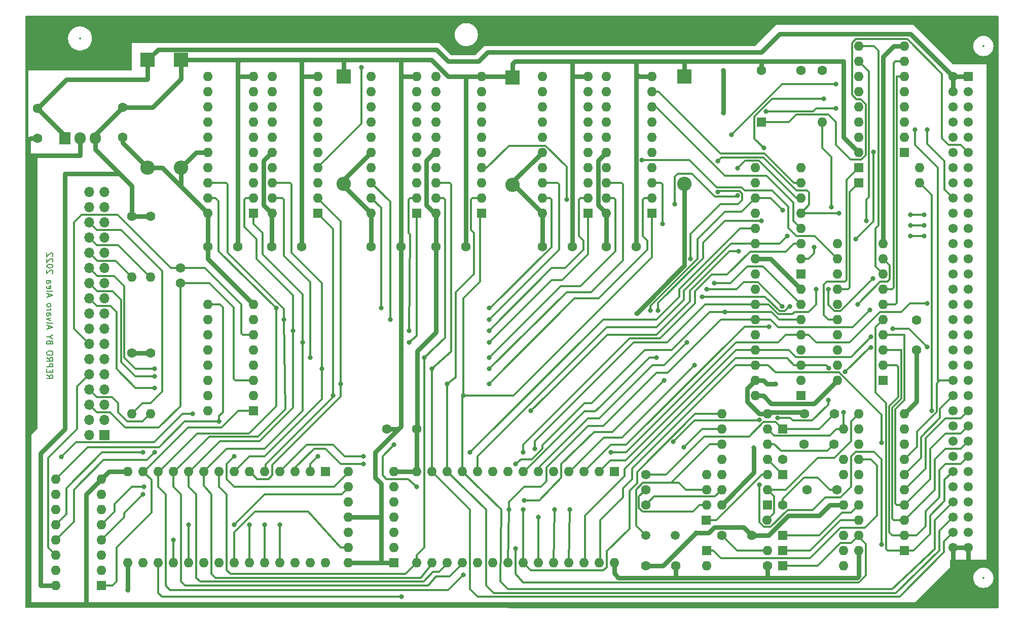
<source format=gbl>
%TF.GenerationSoftware,KiCad,Pcbnew,8.0.6+1*%
%TF.CreationDate,2024-11-11T13:47:47+01:00*%
%TF.ProjectId,ql_trump_v2_disk_interface,716c5f74-7275-46d7-905f-76325f646973,01*%
%TF.SameCoordinates,Original*%
%TF.FileFunction,Copper,L2,Bot*%
%TF.FilePolarity,Positive*%
%FSLAX46Y46*%
G04 Gerber Fmt 4.6, Leading zero omitted, Abs format (unit mm)*
G04 Created by KiCad (PCBNEW 8.0.6+1) date 2024-11-11 13:47:47*
%MOMM*%
%LPD*%
G01*
G04 APERTURE LIST*
G04 Aperture macros list*
%AMRoundRect*
0 Rectangle with rounded corners*
0 $1 Rounding radius*
0 $2 $3 $4 $5 $6 $7 $8 $9 X,Y pos of 4 corners*
0 Add a 4 corners polygon primitive as box body*
4,1,4,$2,$3,$4,$5,$6,$7,$8,$9,$2,$3,0*
0 Add four circle primitives for the rounded corners*
1,1,$1+$1,$2,$3*
1,1,$1+$1,$4,$5*
1,1,$1+$1,$6,$7*
1,1,$1+$1,$8,$9*
0 Add four rect primitives between the rounded corners*
20,1,$1+$1,$2,$3,$4,$5,0*
20,1,$1+$1,$4,$5,$6,$7,0*
20,1,$1+$1,$6,$7,$8,$9,0*
20,1,$1+$1,$8,$9,$2,$3,0*%
G04 Aperture macros list end*
%ADD10C,0.150000*%
%TA.AperFunction,NonConductor*%
%ADD11C,0.150000*%
%TD*%
%TA.AperFunction,ComponentPad*%
%ADD12R,1.905000X2.000000*%
%TD*%
%TA.AperFunction,ComponentPad*%
%ADD13O,1.905000X2.000000*%
%TD*%
%TA.AperFunction,ComponentPad*%
%ADD14R,1.600000X1.600000*%
%TD*%
%TA.AperFunction,ComponentPad*%
%ADD15O,1.600000X1.600000*%
%TD*%
%TA.AperFunction,ComponentPad*%
%ADD16C,1.600000*%
%TD*%
%TA.AperFunction,ComponentPad*%
%ADD17R,2.400000X2.400000*%
%TD*%
%TA.AperFunction,ComponentPad*%
%ADD18O,2.400000X2.400000*%
%TD*%
%TA.AperFunction,ComponentPad*%
%ADD19RoundRect,0.249999X-0.525001X0.525001X-0.525001X-0.525001X0.525001X-0.525001X0.525001X0.525001X0*%
%TD*%
%TA.AperFunction,ComponentPad*%
%ADD20C,1.550000*%
%TD*%
%TA.AperFunction,ComponentPad*%
%ADD21C,1.500000*%
%TD*%
%TA.AperFunction,ComponentPad*%
%ADD22R,1.700000X1.700000*%
%TD*%
%TA.AperFunction,ComponentPad*%
%ADD23O,1.700000X1.700000*%
%TD*%
%TA.AperFunction,ViaPad*%
%ADD24C,0.800000*%
%TD*%
%TA.AperFunction,ViaPad*%
%ADD25C,1.600000*%
%TD*%
%TA.AperFunction,Conductor*%
%ADD26C,0.750000*%
%TD*%
%TA.AperFunction,Conductor*%
%ADD27C,0.350000*%
%TD*%
%ADD28C,0.350000*%
G04 APERTURE END LIST*
D10*
D11*
X42471180Y-104368954D02*
X42947371Y-104702287D01*
X42471180Y-104940382D02*
X43471180Y-104940382D01*
X43471180Y-104940382D02*
X43471180Y-104559430D01*
X43471180Y-104559430D02*
X43423561Y-104464192D01*
X43423561Y-104464192D02*
X43375942Y-104416573D01*
X43375942Y-104416573D02*
X43280704Y-104368954D01*
X43280704Y-104368954D02*
X43137847Y-104368954D01*
X43137847Y-104368954D02*
X43042609Y-104416573D01*
X43042609Y-104416573D02*
X42994990Y-104464192D01*
X42994990Y-104464192D02*
X42947371Y-104559430D01*
X42947371Y-104559430D02*
X42947371Y-104940382D01*
X42994990Y-103940382D02*
X42994990Y-103607049D01*
X42471180Y-103464192D02*
X42471180Y-103940382D01*
X42471180Y-103940382D02*
X43471180Y-103940382D01*
X43471180Y-103940382D02*
X43471180Y-103464192D01*
X42471180Y-103035620D02*
X43471180Y-103035620D01*
X43471180Y-103035620D02*
X43471180Y-102654668D01*
X43471180Y-102654668D02*
X43423561Y-102559430D01*
X43423561Y-102559430D02*
X43375942Y-102511811D01*
X43375942Y-102511811D02*
X43280704Y-102464192D01*
X43280704Y-102464192D02*
X43137847Y-102464192D01*
X43137847Y-102464192D02*
X43042609Y-102511811D01*
X43042609Y-102511811D02*
X42994990Y-102559430D01*
X42994990Y-102559430D02*
X42947371Y-102654668D01*
X42947371Y-102654668D02*
X42947371Y-103035620D01*
X42471180Y-101464192D02*
X42947371Y-101797525D01*
X42471180Y-102035620D02*
X43471180Y-102035620D01*
X43471180Y-102035620D02*
X43471180Y-101654668D01*
X43471180Y-101654668D02*
X43423561Y-101559430D01*
X43423561Y-101559430D02*
X43375942Y-101511811D01*
X43375942Y-101511811D02*
X43280704Y-101464192D01*
X43280704Y-101464192D02*
X43137847Y-101464192D01*
X43137847Y-101464192D02*
X43042609Y-101511811D01*
X43042609Y-101511811D02*
X42994990Y-101559430D01*
X42994990Y-101559430D02*
X42947371Y-101654668D01*
X42947371Y-101654668D02*
X42947371Y-102035620D01*
X43471180Y-100845144D02*
X43471180Y-100654668D01*
X43471180Y-100654668D02*
X43423561Y-100559430D01*
X43423561Y-100559430D02*
X43328323Y-100464192D01*
X43328323Y-100464192D02*
X43137847Y-100416573D01*
X43137847Y-100416573D02*
X42804514Y-100416573D01*
X42804514Y-100416573D02*
X42614038Y-100464192D01*
X42614038Y-100464192D02*
X42518800Y-100559430D01*
X42518800Y-100559430D02*
X42471180Y-100654668D01*
X42471180Y-100654668D02*
X42471180Y-100845144D01*
X42471180Y-100845144D02*
X42518800Y-100940382D01*
X42518800Y-100940382D02*
X42614038Y-101035620D01*
X42614038Y-101035620D02*
X42804514Y-101083239D01*
X42804514Y-101083239D02*
X43137847Y-101083239D01*
X43137847Y-101083239D02*
X43328323Y-101035620D01*
X43328323Y-101035620D02*
X43423561Y-100940382D01*
X43423561Y-100940382D02*
X43471180Y-100845144D01*
X42994990Y-98892763D02*
X42947371Y-98749906D01*
X42947371Y-98749906D02*
X42899752Y-98702287D01*
X42899752Y-98702287D02*
X42804514Y-98654668D01*
X42804514Y-98654668D02*
X42661657Y-98654668D01*
X42661657Y-98654668D02*
X42566419Y-98702287D01*
X42566419Y-98702287D02*
X42518800Y-98749906D01*
X42518800Y-98749906D02*
X42471180Y-98845144D01*
X42471180Y-98845144D02*
X42471180Y-99226096D01*
X42471180Y-99226096D02*
X43471180Y-99226096D01*
X43471180Y-99226096D02*
X43471180Y-98892763D01*
X43471180Y-98892763D02*
X43423561Y-98797525D01*
X43423561Y-98797525D02*
X43375942Y-98749906D01*
X43375942Y-98749906D02*
X43280704Y-98702287D01*
X43280704Y-98702287D02*
X43185466Y-98702287D01*
X43185466Y-98702287D02*
X43090228Y-98749906D01*
X43090228Y-98749906D02*
X43042609Y-98797525D01*
X43042609Y-98797525D02*
X42994990Y-98892763D01*
X42994990Y-98892763D02*
X42994990Y-99226096D01*
X42947371Y-98035620D02*
X42471180Y-98035620D01*
X43471180Y-98368953D02*
X42947371Y-98035620D01*
X42947371Y-98035620D02*
X43471180Y-97702287D01*
X42756895Y-96654667D02*
X42756895Y-96178477D01*
X42471180Y-96749905D02*
X43471180Y-96416572D01*
X43471180Y-96416572D02*
X42471180Y-96083239D01*
X42471180Y-95607048D02*
X42518800Y-95702286D01*
X42518800Y-95702286D02*
X42614038Y-95749905D01*
X42614038Y-95749905D02*
X43471180Y-95749905D01*
X43137847Y-95321333D02*
X42471180Y-95083238D01*
X42471180Y-95083238D02*
X43137847Y-94845143D01*
X42471180Y-94035619D02*
X42994990Y-94035619D01*
X42994990Y-94035619D02*
X43090228Y-94083238D01*
X43090228Y-94083238D02*
X43137847Y-94178476D01*
X43137847Y-94178476D02*
X43137847Y-94368952D01*
X43137847Y-94368952D02*
X43090228Y-94464190D01*
X42518800Y-94035619D02*
X42471180Y-94130857D01*
X42471180Y-94130857D02*
X42471180Y-94368952D01*
X42471180Y-94368952D02*
X42518800Y-94464190D01*
X42518800Y-94464190D02*
X42614038Y-94511809D01*
X42614038Y-94511809D02*
X42709276Y-94511809D01*
X42709276Y-94511809D02*
X42804514Y-94464190D01*
X42804514Y-94464190D02*
X42852133Y-94368952D01*
X42852133Y-94368952D02*
X42852133Y-94130857D01*
X42852133Y-94130857D02*
X42899752Y-94035619D01*
X42471180Y-93559428D02*
X43137847Y-93559428D01*
X42947371Y-93559428D02*
X43042609Y-93511809D01*
X43042609Y-93511809D02*
X43090228Y-93464190D01*
X43090228Y-93464190D02*
X43137847Y-93368952D01*
X43137847Y-93368952D02*
X43137847Y-93273714D01*
X42471180Y-92797523D02*
X42518800Y-92892761D01*
X42518800Y-92892761D02*
X42566419Y-92940380D01*
X42566419Y-92940380D02*
X42661657Y-92987999D01*
X42661657Y-92987999D02*
X42947371Y-92987999D01*
X42947371Y-92987999D02*
X43042609Y-92940380D01*
X43042609Y-92940380D02*
X43090228Y-92892761D01*
X43090228Y-92892761D02*
X43137847Y-92797523D01*
X43137847Y-92797523D02*
X43137847Y-92654666D01*
X43137847Y-92654666D02*
X43090228Y-92559428D01*
X43090228Y-92559428D02*
X43042609Y-92511809D01*
X43042609Y-92511809D02*
X42947371Y-92464190D01*
X42947371Y-92464190D02*
X42661657Y-92464190D01*
X42661657Y-92464190D02*
X42566419Y-92511809D01*
X42566419Y-92511809D02*
X42518800Y-92559428D01*
X42518800Y-92559428D02*
X42471180Y-92654666D01*
X42471180Y-92654666D02*
X42471180Y-92797523D01*
X42756895Y-91321332D02*
X42756895Y-90845142D01*
X42471180Y-91416570D02*
X43471180Y-91083237D01*
X43471180Y-91083237D02*
X42471180Y-90749904D01*
X42471180Y-90273713D02*
X42518800Y-90368951D01*
X42518800Y-90368951D02*
X42614038Y-90416570D01*
X42614038Y-90416570D02*
X43471180Y-90416570D01*
X42518800Y-89511808D02*
X42471180Y-89607046D01*
X42471180Y-89607046D02*
X42471180Y-89797522D01*
X42471180Y-89797522D02*
X42518800Y-89892760D01*
X42518800Y-89892760D02*
X42614038Y-89940379D01*
X42614038Y-89940379D02*
X42994990Y-89940379D01*
X42994990Y-89940379D02*
X43090228Y-89892760D01*
X43090228Y-89892760D02*
X43137847Y-89797522D01*
X43137847Y-89797522D02*
X43137847Y-89607046D01*
X43137847Y-89607046D02*
X43090228Y-89511808D01*
X43090228Y-89511808D02*
X42994990Y-89464189D01*
X42994990Y-89464189D02*
X42899752Y-89464189D01*
X42899752Y-89464189D02*
X42804514Y-89940379D01*
X42471180Y-88607046D02*
X42994990Y-88607046D01*
X42994990Y-88607046D02*
X43090228Y-88654665D01*
X43090228Y-88654665D02*
X43137847Y-88749903D01*
X43137847Y-88749903D02*
X43137847Y-88940379D01*
X43137847Y-88940379D02*
X43090228Y-89035617D01*
X42518800Y-88607046D02*
X42471180Y-88702284D01*
X42471180Y-88702284D02*
X42471180Y-88940379D01*
X42471180Y-88940379D02*
X42518800Y-89035617D01*
X42518800Y-89035617D02*
X42614038Y-89083236D01*
X42614038Y-89083236D02*
X42709276Y-89083236D01*
X42709276Y-89083236D02*
X42804514Y-89035617D01*
X42804514Y-89035617D02*
X42852133Y-88940379D01*
X42852133Y-88940379D02*
X42852133Y-88702284D01*
X42852133Y-88702284D02*
X42899752Y-88607046D01*
X43375942Y-87416569D02*
X43423561Y-87368950D01*
X43423561Y-87368950D02*
X43471180Y-87273712D01*
X43471180Y-87273712D02*
X43471180Y-87035617D01*
X43471180Y-87035617D02*
X43423561Y-86940379D01*
X43423561Y-86940379D02*
X43375942Y-86892760D01*
X43375942Y-86892760D02*
X43280704Y-86845141D01*
X43280704Y-86845141D02*
X43185466Y-86845141D01*
X43185466Y-86845141D02*
X43042609Y-86892760D01*
X43042609Y-86892760D02*
X42471180Y-87464188D01*
X42471180Y-87464188D02*
X42471180Y-86845141D01*
X43471180Y-86226093D02*
X43471180Y-86130855D01*
X43471180Y-86130855D02*
X43423561Y-86035617D01*
X43423561Y-86035617D02*
X43375942Y-85987998D01*
X43375942Y-85987998D02*
X43280704Y-85940379D01*
X43280704Y-85940379D02*
X43090228Y-85892760D01*
X43090228Y-85892760D02*
X42852133Y-85892760D01*
X42852133Y-85892760D02*
X42661657Y-85940379D01*
X42661657Y-85940379D02*
X42566419Y-85987998D01*
X42566419Y-85987998D02*
X42518800Y-86035617D01*
X42518800Y-86035617D02*
X42471180Y-86130855D01*
X42471180Y-86130855D02*
X42471180Y-86226093D01*
X42471180Y-86226093D02*
X42518800Y-86321331D01*
X42518800Y-86321331D02*
X42566419Y-86368950D01*
X42566419Y-86368950D02*
X42661657Y-86416569D01*
X42661657Y-86416569D02*
X42852133Y-86464188D01*
X42852133Y-86464188D02*
X43090228Y-86464188D01*
X43090228Y-86464188D02*
X43280704Y-86416569D01*
X43280704Y-86416569D02*
X43375942Y-86368950D01*
X43375942Y-86368950D02*
X43423561Y-86321331D01*
X43423561Y-86321331D02*
X43471180Y-86226093D01*
X43375942Y-85511807D02*
X43423561Y-85464188D01*
X43423561Y-85464188D02*
X43471180Y-85368950D01*
X43471180Y-85368950D02*
X43471180Y-85130855D01*
X43471180Y-85130855D02*
X43423561Y-85035617D01*
X43423561Y-85035617D02*
X43375942Y-84987998D01*
X43375942Y-84987998D02*
X43280704Y-84940379D01*
X43280704Y-84940379D02*
X43185466Y-84940379D01*
X43185466Y-84940379D02*
X43042609Y-84987998D01*
X43042609Y-84987998D02*
X42471180Y-85559426D01*
X42471180Y-85559426D02*
X42471180Y-84940379D01*
X43375942Y-84559426D02*
X43423561Y-84511807D01*
X43423561Y-84511807D02*
X43471180Y-84416569D01*
X43471180Y-84416569D02*
X43471180Y-84178474D01*
X43471180Y-84178474D02*
X43423561Y-84083236D01*
X43423561Y-84083236D02*
X43375942Y-84035617D01*
X43375942Y-84035617D02*
X43280704Y-83987998D01*
X43280704Y-83987998D02*
X43185466Y-83987998D01*
X43185466Y-83987998D02*
X43042609Y-84035617D01*
X43042609Y-84035617D02*
X42471180Y-84607045D01*
X42471180Y-84607045D02*
X42471180Y-83987998D01*
D12*
%TO.P,U18,1,VI*%
%TO.N,+9V*%
X45466000Y-64793000D03*
D13*
%TO.P,U18,2,GND*%
%TO.N,GND*%
X48006000Y-64793000D03*
%TO.P,U18,3,VO*%
%TO.N,+5V*%
X50546000Y-64793000D03*
%TD*%
D14*
%TO.P,U6,1,S*%
%TO.N,/MUX*%
X168402000Y-87503000D03*
D15*
%TO.P,U6,2,I0a*%
%TO.N,/A7*%
X168402000Y-84963000D03*
%TO.P,U6,3,I1a*%
%TO.N,/A5*%
X168402000Y-82423000D03*
%TO.P,U6,4,Za*%
%TO.N,/MA2*%
X168402000Y-79883000D03*
%TO.P,U6,5,I0b*%
%TO.N,/A6*%
X168402000Y-77343000D03*
%TO.P,U6,6,I1b*%
%TO.N,/A4*%
X168402000Y-74803000D03*
%TO.P,U6,7,Zb*%
%TO.N,/MA3*%
X168402000Y-72263000D03*
%TO.P,U6,8,GND*%
%TO.N,GND*%
X168402000Y-69723000D03*
%TO.P,U6,9,Zc*%
%TO.N,/MA4*%
X160782000Y-69723000D03*
%TO.P,U6,10,I1c*%
%TO.N,/A2*%
X160782000Y-72263000D03*
%TO.P,U6,11,I0c*%
%TO.N,/A3*%
X160782000Y-74803000D03*
%TO.P,U6,12,Zd*%
%TO.N,/MA5*%
X160782000Y-77343000D03*
%TO.P,U6,13,I1d*%
%TO.N,/A1*%
X160782000Y-79883000D03*
%TO.P,U6,14,I0d*%
%TO.N,/A0*%
X160782000Y-82423000D03*
%TO.P,U6,15,E*%
%TO.N,GND*%
X160782000Y-84963000D03*
%TO.P,U6,16,VCC*%
%TO.N,+5V*%
X160782000Y-87503000D03*
%TD*%
D16*
%TO.P,C3,1*%
%TO.N,Net-(D5-A)*%
X173910000Y-115951000D03*
%TO.P,C3,2*%
%TO.N,GND*%
X168910000Y-115951000D03*
%TD*%
%TO.P,C15,1*%
%TO.N,+9V*%
X40894000Y-59793000D03*
%TO.P,C15,2*%
%TO.N,GND*%
X40894000Y-64793000D03*
%TD*%
D17*
%TO.P,C25,1*%
%TO.N,+5V*%
X148982500Y-54483000D03*
D18*
%TO.P,C25,2*%
%TO.N,GND*%
X148982500Y-72483000D03*
%TD*%
D14*
%TO.P,U10,1,D0*%
%TO.N,/D4*%
X104257000Y-77338000D03*
D15*
%TO.P,U10,2,D1*%
%TO.N,/D5*%
X104257000Y-74798000D03*
%TO.P,U10,3,~{WR}*%
%TO.N,/RW*%
X104257000Y-72258000D03*
%TO.P,U10,4,~{RAS}*%
%TO.N,/RAS1*%
X104257000Y-69718000D03*
%TO.P,U10,5,N.C.*%
%TO.N,unconnected-(U10-N.C.-Pad5)*%
X104257000Y-67178000D03*
%TO.P,U10,6,A0*%
%TO.N,/MA0*%
X104257000Y-64638000D03*
%TO.P,U10,7,A1*%
%TO.N,/MA1*%
X104257000Y-62098000D03*
%TO.P,U10,8,A2*%
%TO.N,/MA2*%
X104257000Y-59558000D03*
%TO.P,U10,9,A3*%
%TO.N,/MA3*%
X104257000Y-57018000D03*
%TO.P,U10,10,VCC*%
%TO.N,+5V*%
X104257000Y-54478000D03*
%TO.P,U10,11,A4*%
%TO.N,/MA4*%
X96637000Y-54478000D03*
%TO.P,U10,12,A5*%
%TO.N,/MA5*%
X96637000Y-57018000D03*
%TO.P,U10,13,A6*%
%TO.N,/MA6*%
X96637000Y-59558000D03*
%TO.P,U10,14,A7*%
%TO.N,/MA7*%
X96637000Y-62098000D03*
%TO.P,U10,15,A8*%
%TO.N,/MA8*%
X96637000Y-64638000D03*
%TO.P,U10,16,~{OE}*%
%TO.N,GND*%
X96637000Y-67178000D03*
%TO.P,U10,17,~{CAS}*%
%TO.N,/CAS*%
X96637000Y-69718000D03*
%TO.P,U10,18,D2*%
%TO.N,/D6*%
X96637000Y-72258000D03*
%TO.P,U10,19,D3*%
%TO.N,/D7*%
X96637000Y-74798000D03*
%TO.P,U10,20,GND*%
%TO.N,GND*%
X96637000Y-77338000D03*
%TD*%
D16*
%TO.P,R4,1*%
%TO.N,Net-(D4-K)*%
X142494000Y-121031000D03*
D15*
%TO.P,R4,2*%
%TO.N,GND*%
X152654000Y-121031000D03*
%TD*%
D14*
%TO.P,U2,1,I1/CLK*%
%TO.N,Net-(U1-IO7)*%
X182118000Y-105283000D03*
D15*
%TO.P,U2,2,I2*%
%TO.N,/A19*%
X182118000Y-102743000D03*
%TO.P,U2,3,I3*%
%TO.N,/A18*%
X182118000Y-100203000D03*
%TO.P,U2,4,I4*%
%TO.N,/A17*%
X182118000Y-97663000D03*
%TO.P,U2,5,I5*%
%TO.N,/DS*%
X182118000Y-95123000D03*
%TO.P,U2,6,I6*%
%TO.N,Net-(U2-I6)*%
X182118000Y-92583000D03*
%TO.P,U2,7,I7*%
%TO.N,Net-(U2-I7)*%
X182118000Y-90043000D03*
%TO.P,U2,8,I8*%
%TO.N,Net-(U2-I8)*%
X182118000Y-87503000D03*
%TO.P,U2,9,I9*%
%TO.N,/GAL2_P9*%
X182118000Y-84963000D03*
%TO.P,U2,10,GND*%
%TO.N,GND*%
X182118000Y-82423000D03*
%TO.P,U2,11,I10/~{OE}*%
%TO.N,Net-(D4-K)*%
X174498000Y-82423000D03*
%TO.P,U2,12,IO8*%
%TO.N,/CAS*%
X174498000Y-84963000D03*
%TO.P,U2,13,IO7*%
%TO.N,/MUX*%
X174498000Y-87503000D03*
%TO.P,U2,14,IO6*%
%TO.N,Net-(D3-K)*%
X174498000Y-90043000D03*
%TO.P,U2,15,IO5*%
%TO.N,/GAL2_P15*%
X174498000Y-92583000D03*
%TO.P,U2,16,IO4*%
%TO.N,Net-(D2-K)*%
X174498000Y-95123000D03*
%TO.P,U2,17,I03*%
%TO.N,/RAS2*%
X174498000Y-97663000D03*
%TO.P,U2,18,IO2*%
%TO.N,/RAS1*%
X174498000Y-100203000D03*
%TO.P,U2,19,IO1*%
%TO.N,/RAS0*%
X174498000Y-102743000D03*
%TO.P,U2,20,VCC*%
%TO.N,+5V*%
X174498000Y-105283000D03*
%TD*%
D14*
%TO.P,U7,1,D0*%
%TO.N,/D0*%
X143510000Y-77343000D03*
D15*
%TO.P,U7,2,D1*%
%TO.N,/D1*%
X143510000Y-74803000D03*
%TO.P,U7,3,~{WR}*%
%TO.N,/RW*%
X143510000Y-72263000D03*
%TO.P,U7,4,~{RAS}*%
%TO.N,/RAS2*%
X143510000Y-69723000D03*
%TO.P,U7,5,N.C.*%
%TO.N,unconnected-(U7-N.C.-Pad5)*%
X143510000Y-67183000D03*
%TO.P,U7,6,A0*%
%TO.N,/MA0*%
X143510000Y-64643000D03*
%TO.P,U7,7,A1*%
%TO.N,/MA1*%
X143510000Y-62103000D03*
%TO.P,U7,8,A2*%
%TO.N,/MA2*%
X143510000Y-59563000D03*
%TO.P,U7,9,A3*%
%TO.N,/MA3*%
X143510000Y-57023000D03*
%TO.P,U7,10,VCC*%
%TO.N,+5V*%
X143510000Y-54483000D03*
%TO.P,U7,11,A4*%
%TO.N,/MA4*%
X135890000Y-54483000D03*
%TO.P,U7,12,A5*%
%TO.N,/MA5*%
X135890000Y-57023000D03*
%TO.P,U7,13,A6*%
%TO.N,/MA6*%
X135890000Y-59563000D03*
%TO.P,U7,14,A7*%
%TO.N,/MA7*%
X135890000Y-62103000D03*
%TO.P,U7,15,A8*%
%TO.N,/MA8*%
X135890000Y-64643000D03*
%TO.P,U7,16,~{OE}*%
%TO.N,GND*%
X135890000Y-67183000D03*
%TO.P,U7,17,~{CAS}*%
%TO.N,/CAS*%
X135890000Y-69723000D03*
%TO.P,U7,18,D2*%
%TO.N,/D2*%
X135890000Y-72263000D03*
%TO.P,U7,19,D3*%
%TO.N,/D3*%
X135890000Y-74803000D03*
%TO.P,U7,20,GND*%
%TO.N,GND*%
X135890000Y-77343000D03*
%TD*%
D14*
%TO.P,U14,1,VPP*%
%TO.N,+5V*%
X137287000Y-120523000D03*
D15*
%TO.P,U14,2,A12*%
%TO.N,/A12*%
X134747000Y-120523000D03*
%TO.P,U14,3,A7*%
%TO.N,/A7*%
X132207000Y-120523000D03*
%TO.P,U14,4,A6*%
%TO.N,/A6*%
X129667000Y-120523000D03*
%TO.P,U14,5,A5*%
%TO.N,/A5*%
X127127000Y-120523000D03*
%TO.P,U14,6,A4*%
%TO.N,/A4*%
X124587000Y-120523000D03*
%TO.P,U14,7,A3*%
%TO.N,/A3*%
X122047000Y-120523000D03*
%TO.P,U14,8,A2*%
%TO.N,/A2*%
X119507000Y-120523000D03*
%TO.P,U14,9,A1*%
%TO.N,/A1*%
X116967000Y-120523000D03*
%TO.P,U14,10,A0*%
%TO.N,/A0*%
X114427000Y-120523000D03*
%TO.P,U14,11,D0*%
%TO.N,/D0*%
X111887000Y-120523000D03*
%TO.P,U14,12,D1*%
%TO.N,/D1*%
X109347000Y-120523000D03*
%TO.P,U14,13,D2*%
%TO.N,/D2*%
X106807000Y-120523000D03*
%TO.P,U14,14,GND*%
%TO.N,GND*%
X104267000Y-120523000D03*
%TO.P,U14,15,D3*%
%TO.N,/D3*%
X104267000Y-135763000D03*
%TO.P,U14,16,D4*%
%TO.N,/D4*%
X106807000Y-135763000D03*
%TO.P,U14,17,D5*%
%TO.N,/D5*%
X109347000Y-135763000D03*
%TO.P,U14,18,D6*%
%TO.N,/D6*%
X111887000Y-135763000D03*
%TO.P,U14,19,D7*%
%TO.N,/D7*%
X114427000Y-135763000D03*
%TO.P,U14,20,~{CE}*%
%TO.N,/ROM_CE*%
X116967000Y-135763000D03*
%TO.P,U14,21,A10*%
%TO.N,/A10*%
X119507000Y-135763000D03*
%TO.P,U14,22,~{OE}*%
%TO.N,/ROM_OE*%
X122047000Y-135763000D03*
%TO.P,U14,23,A11*%
%TO.N,/A11*%
X124587000Y-135763000D03*
%TO.P,U14,24,A9*%
%TO.N,/A9*%
X127127000Y-135763000D03*
%TO.P,U14,25,A8*%
%TO.N,/A8*%
X129667000Y-135763000D03*
%TO.P,U14,26,A13*%
%TO.N,/A13*%
X132207000Y-135763000D03*
%TO.P,U14,27,A14*%
%TO.N,/A14*%
X134747000Y-135763000D03*
%TO.P,U14,28,VCC*%
%TO.N,+5V*%
X137287000Y-135763000D03*
%TD*%
D14*
%TO.P,D8,1,K*%
%TO.N,/ROM_CE*%
X165354000Y-136271000D03*
D15*
%TO.P,D8,2,A*%
%TO.N,/DTACKL*%
X175514000Y-136271000D03*
%TD*%
D19*
%TO.P,J1,a1,Vin*%
%TO.N,+9V*%
X196342000Y-54483000D03*
D20*
%TO.P,J1,a2,-12V*%
%TO.N,unconnected-(J1--12V-Pada2)*%
X196342000Y-57023000D03*
%TO.P,J1,a3,+12V*%
%TO.N,unconnected-(J1-+12V-Pada3)*%
X196342000Y-59563000D03*
%TO.P,J1,a4,SP0*%
%TO.N,/SP0*%
X196342000Y-62103000D03*
%TO.P,J1,a5,SP1*%
%TO.N,/SP1*%
X196342000Y-64643000D03*
%TO.P,J1,a6,~{DSMC}*%
%TO.N,/DSMC*%
X196342000Y-67183000D03*
%TO.P,J1,a7,SP2*%
%TO.N,/SP2*%
X196342000Y-69723000D03*
%TO.P,J1,a8,~{DBG}*%
%TO.N,unconnected-(J1-~{DBG}-Pada8)*%
X196342000Y-72263000D03*
%TO.P,J1,a9,A3*%
%TO.N,/A3*%
X196342000Y-74803000D03*
%TO.P,J1,a10,A4*%
%TO.N,/A4*%
X196342000Y-77343000D03*
%TO.P,J1,a11,A5*%
%TO.N,/A5*%
X196342000Y-79883000D03*
%TO.P,J1,a12,A6*%
%TO.N,/A6*%
X196342000Y-82423000D03*
%TO.P,J1,a13,A7*%
%TO.N,/A7*%
X196342000Y-84963000D03*
%TO.P,J1,a14,A8*%
%TO.N,/A8*%
X196342000Y-87503000D03*
%TO.P,J1,a15,A9*%
%TO.N,/A9*%
X196342000Y-90043000D03*
%TO.P,J1,a16,A10*%
%TO.N,/A10*%
X196342000Y-92583000D03*
%TO.P,J1,a17,A11*%
%TO.N,/A11*%
X196342000Y-95123000D03*
%TO.P,J1,a18,A12*%
%TO.N,/A12*%
X196342000Y-97663000D03*
%TO.P,J1,a19,A13*%
%TO.N,/A13*%
X196342000Y-100203000D03*
%TO.P,J1,a20,A14*%
%TO.N,/A14*%
X196342000Y-102743000D03*
%TO.P,J1,a21,RED*%
%TO.N,unconnected-(J1-RED-Pada21)*%
X196342000Y-105283000D03*
%TO.P,J1,a22,CLKCPU*%
%TO.N,unconnected-(J1-CLKCPU-Pada22)*%
X196342000Y-107823000D03*
%TO.P,J1,a23,A16*%
%TO.N,/A16*%
X196342000Y-110363000D03*
%TO.P,J1,a24,A17*%
%TO.N,/A17*%
X196342000Y-112903000D03*
%TO.P,J1,a25,A18*%
%TO.N,/A18*%
X196342000Y-115443000D03*
%TO.P,J1,a26,A19*%
%TO.N,/A19*%
X196342000Y-117983000D03*
%TO.P,J1,a27,D7*%
%TO.N,/D7*%
X196342000Y-120523000D03*
%TO.P,J1,a28,D6*%
%TO.N,/D6*%
X196342000Y-123063000D03*
%TO.P,J1,a29,D5*%
%TO.N,/D5*%
X196342000Y-125603000D03*
%TO.P,J1,a30,D4*%
%TO.N,/D4*%
X196342000Y-128143000D03*
%TO.P,J1,a31,D3*%
%TO.N,/D3*%
X196342000Y-130683000D03*
%TO.P,J1,a32,GND*%
%TO.N,GND*%
X196342000Y-133223000D03*
%TO.P,J1,b1,Vin*%
%TO.N,+9V*%
X193802000Y-54483000D03*
%TO.P,J1,b2,Vin*%
X193802000Y-57023000D03*
%TO.P,J1,b3,~{EXTINT}*%
%TO.N,/EXTINTL*%
X193802000Y-59563000D03*
%TO.P,J1,b4,~{IPL1}*%
%TO.N,unconnected-(J1-~{IPL1}-Padb4)*%
X193802000Y-62103000D03*
%TO.P,J1,b5,~{BERR}*%
%TO.N,unconnected-(J1-~{BERR}-Padb5)*%
X193802000Y-64643000D03*
%TO.P,J1,b6,~{IPLO}*%
%TO.N,unconnected-(J1-~{IPLO}-Padb6)*%
X193802000Y-67183000D03*
%TO.P,J1,b7,SP3*%
%TO.N,/SP3*%
X193802000Y-69723000D03*
%TO.P,J1,b8,A2*%
%TO.N,/A2*%
X193802000Y-72263000D03*
%TO.P,J1,b9,G9*%
%TO.N,/A1*%
X193802000Y-74803000D03*
%TO.P,J1,b10,ROMOEH*%
%TO.N,unconnected-(J1-ROMOEH-Padb10)*%
X193802000Y-77343000D03*
%TO.P,J1,b11,A0*%
%TO.N,/A0*%
X193802000Y-79883000D03*
%TO.P,J1,b12,FC0*%
%TO.N,unconnected-(J1-FC0-Padb12)*%
X193802000Y-82423000D03*
%TO.P,J1,b13,FC1*%
%TO.N,unconnected-(J1-FC1-Padb13)*%
X193802000Y-84963000D03*
%TO.P,J1,b14,FC2*%
%TO.N,unconnected-(J1-FC2-Padb14)*%
X193802000Y-87503000D03*
%TO.P,J1,b15,BLUE*%
%TO.N,unconnected-(J1-BLUE-Padb15)*%
X193802000Y-90043000D03*
%TO.P,J1,b16,GREEN*%
%TO.N,unconnected-(J1-GREEN-Padb16)*%
X193802000Y-92583000D03*
%TO.P,J1,b17,~{VPA}*%
%TO.N,/VPA*%
X193802000Y-95123000D03*
%TO.P,J1,b18,VSYNCH*%
%TO.N,unconnected-(J1-VSYNCH-Padb18)*%
X193802000Y-97663000D03*
%TO.P,J1,b19,E*%
%TO.N,/E*%
X193802000Y-100203000D03*
%TO.P,J1,b20,~{CSYNC}*%
%TO.N,unconnected-(J1-~{CSYNC}-Padb20)*%
X193802000Y-102743000D03*
%TO.P,J1,b21,~{RESETCPU}*%
%TO.N,/RESET*%
X193802000Y-105283000D03*
%TO.P,J1,b22,A15*%
%TO.N,/A15*%
X193802000Y-107823000D03*
%TO.P,J1,b23,~{BR}*%
%TO.N,unconnected-(J1-~{BR}-Padb23)*%
X193802000Y-110363000D03*
%TO.P,J1,b24,~{BG}*%
%TO.N,unconnected-(J1-~{BG}-Padb24)*%
X193802000Y-112903000D03*
%TO.P,J1,b25,~{DTACK}*%
%TO.N,/DTACKL*%
X193802000Y-115443000D03*
%TO.P,J1,b26,~{DRW}*%
%TO.N,/RW*%
X193802000Y-117983000D03*
%TO.P,J1,b27,~{DS}*%
%TO.N,/DS*%
X193802000Y-120523000D03*
%TO.P,J1,b28,~{AS}*%
%TO.N,unconnected-(J1-~{AS}-Padb28)*%
X193802000Y-123063000D03*
%TO.P,J1,b29,D0*%
%TO.N,/D0*%
X193802000Y-125603000D03*
%TO.P,J1,b30,D1*%
%TO.N,/D1*%
X193802000Y-128143000D03*
%TO.P,J1,b31,D2*%
%TO.N,/D2*%
X193802000Y-130683000D03*
%TO.P,J1,b32,GND*%
%TO.N,GND*%
X193802000Y-133223000D03*
%TD*%
D21*
%TO.P,Y1,1,1*%
%TO.N,/CLK*%
X142494000Y-131191000D03*
%TO.P,Y1,2,2*%
%TO.N,Net-(R6-Pad1)*%
X147394000Y-131191000D03*
%TD*%
D14*
%TO.P,D10,1,K*%
%TO.N,/CLKCT*%
X152654000Y-133731000D03*
D15*
%TO.P,D10,2,A*%
%TO.N,Net-(D10-A)*%
X162814000Y-133731000D03*
%TD*%
D22*
%TO.P,J2,1,Pin_1*%
%TO.N,GND*%
X52070000Y-114427000D03*
D23*
%TO.P,J2,2,Pin_2*%
%TO.N,unconnected-(J2-Pin_2-Pad2)*%
X49530000Y-114427000D03*
%TO.P,J2,3,Pin_3*%
%TO.N,GND*%
X52070000Y-111887000D03*
%TO.P,J2,4,Pin_4*%
%TO.N,unconnected-(J2-Pin_4-Pad4)*%
X49530000Y-111887000D03*
%TO.P,J2,5,Pin_5*%
%TO.N,GND*%
X52070000Y-109347000D03*
%TO.P,J2,6,Pin_6*%
%TO.N,/DS3*%
X49530000Y-109347000D03*
%TO.P,J2,7,Pin_7*%
%TO.N,GND*%
X52070000Y-106807000D03*
%TO.P,J2,8,Pin_8*%
%TO.N,/FDC_IP*%
X49530000Y-106807000D03*
%TO.P,J2,9,Pin_9*%
%TO.N,GND*%
X52070000Y-104267000D03*
%TO.P,J2,10,Pin_10*%
%TO.N,/DS0*%
X49530000Y-104267000D03*
%TO.P,J2,11,Pin_11*%
%TO.N,GND*%
X52070000Y-101727000D03*
%TO.P,J2,12,Pin_12*%
%TO.N,/DS1*%
X49530000Y-101727000D03*
%TO.P,J2,13,Pin_13*%
%TO.N,GND*%
X52070000Y-99187000D03*
%TO.P,J2,14,Pin_14*%
%TO.N,/DS2*%
X49530000Y-99187000D03*
%TO.P,J2,15,Pin_15*%
%TO.N,GND*%
X52070000Y-96647000D03*
%TO.P,J2,16,Pin_16*%
%TO.N,/MOTOR_ON*%
X49530000Y-96647000D03*
%TO.P,J2,17,Pin_17*%
%TO.N,GND*%
X52070000Y-94107000D03*
%TO.P,J2,18,Pin_18*%
%TO.N,/DIR*%
X49530000Y-94107000D03*
%TO.P,J2,19,Pin_19*%
%TO.N,GND*%
X52070000Y-91567000D03*
%TO.P,J2,20,Pin_20*%
%TO.N,/STEP*%
X49530000Y-91567000D03*
%TO.P,J2,21,Pin_21*%
%TO.N,GND*%
X52070000Y-89027000D03*
%TO.P,J2,22,Pin_22*%
%TO.N,/DATA_WR*%
X49530000Y-89027000D03*
%TO.P,J2,23,Pin_23*%
%TO.N,GND*%
X52070000Y-86487000D03*
%TO.P,J2,24,Pin_24*%
%TO.N,/GATE_WR*%
X49530000Y-86487000D03*
%TO.P,J2,25,Pin_25*%
%TO.N,GND*%
X52070000Y-83947000D03*
%TO.P,J2,26,Pin_26*%
%TO.N,/FDC_T0*%
X49530000Y-83947000D03*
%TO.P,J2,27,Pin_27*%
%TO.N,GND*%
X52070000Y-81407000D03*
%TO.P,J2,28,Pin_28*%
%TO.N,/FDC_WPRT*%
X49530000Y-81407000D03*
%TO.P,J2,29,Pin_29*%
%TO.N,GND*%
X52070000Y-78867000D03*
%TO.P,J2,30,Pin_30*%
%TO.N,/FDC_RD*%
X49530000Y-78867000D03*
%TO.P,J2,31,Pin_31*%
%TO.N,GND*%
X52070000Y-76327000D03*
%TO.P,J2,32,Pin_32*%
%TO.N,/HEAD*%
X49530000Y-76327000D03*
%TO.P,J2,33,Pin_33*%
%TO.N,GND*%
X52070000Y-73787000D03*
%TO.P,J2,34,Pin_34*%
%TO.N,unconnected-(J2-Pin_34-Pad34)*%
X49530000Y-73787000D03*
%TD*%
D16*
%TO.P,J3,1,Pin_1*%
%TO.N,GND*%
X168402000Y-53467000D03*
%TD*%
%TO.P,R3,1*%
%TO.N,+5V*%
X162814000Y-136271000D03*
D15*
%TO.P,R3,2*%
%TO.N,Net-(D10-A)*%
X152654000Y-136271000D03*
%TD*%
D16*
%TO.P,C13,1*%
%TO.N,+5V*%
X55118000Y-59643000D03*
%TO.P,C13,2*%
%TO.N,GND*%
X55118000Y-64643000D03*
%TD*%
%TO.P,C20,1*%
%TO.N,+5V*%
X101647000Y-82931000D03*
%TO.P,C20,2*%
%TO.N,GND*%
X96647000Y-82931000D03*
%TD*%
D14*
%TO.P,U13,1,~{CS}*%
%TO.N,/FDCON_CS*%
X89027000Y-120523000D03*
D15*
%TO.P,U13,2,R/~{W}*%
%TO.N,/RW*%
X86487000Y-120523000D03*
%TO.P,U13,3,A0*%
%TO.N,/A0*%
X83947000Y-120523000D03*
%TO.P,U13,4,A1*%
%TO.N,/A1*%
X81407000Y-120523000D03*
%TO.P,U13,5,DI0*%
%TO.N,/D0*%
X78867000Y-120523000D03*
%TO.P,U13,6,DI1*%
%TO.N,/D1*%
X76327000Y-120523000D03*
%TO.P,U13,7,DI2*%
%TO.N,/D2*%
X73787000Y-120523000D03*
%TO.P,U13,8,DI3*%
%TO.N,/D3*%
X71247000Y-120523000D03*
%TO.P,U13,9,DI4*%
%TO.N,/D4*%
X68707000Y-120523000D03*
%TO.P,U13,10,DI5*%
%TO.N,/D5*%
X66167000Y-120523000D03*
%TO.P,U13,11,DI6*%
%TO.N,/D6*%
X63627000Y-120523000D03*
%TO.P,U13,12,DI7*%
%TO.N,/D7*%
X61087000Y-120523000D03*
%TO.P,U13,13,~{MR}*%
%TO.N,/RESET*%
X58547000Y-120523000D03*
%TO.P,U13,14,GND*%
%TO.N,GND*%
X56007000Y-120523000D03*
%TO.P,U13,15,VCC*%
%TO.N,+5V*%
X56007000Y-135763000D03*
%TO.P,U13,16,STEP*%
%TO.N,/FDC_STEP*%
X58547000Y-135763000D03*
%TO.P,U13,17,DIRC*%
%TO.N,/FDC_DIR*%
X61087000Y-135763000D03*
%TO.P,U13,18,CLK*%
%TO.N,/CLK*%
X63627000Y-135763000D03*
%TO.P,U13,19,~{RD}*%
%TO.N,/FDC_RD*%
X66167000Y-135763000D03*
%TO.P,U13,20,MOTOR*%
%TO.N,unconnected-(U13-MOTOR-Pad20)*%
X68707000Y-135763000D03*
%TO.P,U13,21,WG*%
%TO.N,/FDC_WG*%
X71247000Y-135763000D03*
%TO.P,U13,22,WD*%
%TO.N,/FDC_WD*%
X73787000Y-135763000D03*
%TO.P,U13,23,~{TR00}*%
%TO.N,/FDC_T0*%
X76327000Y-135763000D03*
%TO.P,U13,24,~{IP}*%
%TO.N,/FDC_IP*%
X78867000Y-135763000D03*
%TO.P,U13,25,~{WPRT}*%
%TO.N,/FDC_WPRT*%
X81407000Y-135763000D03*
%TO.P,U13,26,~{DDEN}*%
%TO.N,GND*%
X83947000Y-135763000D03*
%TO.P,U13,27,DRQ*%
%TO.N,unconnected-(U13-DRQ-Pad27)*%
X86487000Y-135763000D03*
%TO.P,U13,28,INTRQ*%
%TO.N,unconnected-(U13-INTRQ-Pad28)*%
X89027000Y-135763000D03*
%TD*%
D16*
%TO.P,C17,1*%
%TO.N,+5V*%
X140890000Y-82931000D03*
%TO.P,C17,2*%
%TO.N,GND*%
X135890000Y-82931000D03*
%TD*%
%TO.P,C12,1*%
%TO.N,+5V*%
X99227000Y-113411000D03*
%TO.P,C12,2*%
%TO.N,GND*%
X104227000Y-113411000D03*
%TD*%
%TO.P,J5,1,Pin_1*%
%TO.N,+5V*%
X161798000Y-53467000D03*
%TD*%
D14*
%TO.P,D2,1,K*%
%TO.N,Net-(D2-K)*%
X178054000Y-69723000D03*
D15*
%TO.P,D2,2,A*%
%TO.N,/DTACKL*%
X188214000Y-69723000D03*
%TD*%
D16*
%TO.P,R6,1*%
%TO.N,Net-(R6-Pad1)*%
X142494000Y-126111000D03*
D15*
%TO.P,R6,2*%
%TO.N,Net-(R5-Pad1)*%
X152654000Y-126111000D03*
%TD*%
D17*
%TO.P,C16,1*%
%TO.N,+5V*%
X64885500Y-51723000D03*
D18*
%TO.P,C16,2*%
%TO.N,GND*%
X64885500Y-69723000D03*
%TD*%
D16*
%TO.P,J4,1,Pin_1*%
%TO.N,GND*%
X171958000Y-53467000D03*
%TD*%
D14*
%TO.P,U1,1,I1/CLK*%
%TO.N,/DS*%
X185674000Y-133731000D03*
D15*
%TO.P,U1,2,I2*%
%TO.N,/A19*%
X185674000Y-131191000D03*
%TO.P,U1,3,I3*%
%TO.N,/A18*%
X185674000Y-128651000D03*
%TO.P,U1,4,I4*%
%TO.N,/A17*%
X185674000Y-126111000D03*
%TO.P,U1,5,I5*%
%TO.N,/A16*%
X185674000Y-123571000D03*
%TO.P,U1,6,I6*%
%TO.N,/A15*%
X185674000Y-121031000D03*
%TO.P,U1,7,I7*%
%TO.N,/RESET*%
X185674000Y-118491000D03*
%TO.P,U1,8,I8*%
%TO.N,/A14*%
X185674000Y-115951000D03*
%TO.P,U1,9,I9*%
%TO.N,/A13*%
X185674000Y-113411000D03*
%TO.P,U1,10,GND*%
%TO.N,GND*%
X185674000Y-110871000D03*
%TO.P,U1,11,I10/~{OE}*%
%TO.N,/MUX*%
X178054000Y-110871000D03*
%TO.P,U1,12,IO8*%
%TO.N,Net-(D1-A)*%
X178054000Y-113411000D03*
%TO.P,U1,13,IO7*%
%TO.N,Net-(U1-IO7)*%
X178054000Y-115951000D03*
%TO.P,U1,14,IO6*%
%TO.N,/CLKCT*%
X178054000Y-118491000D03*
%TO.P,U1,15,IO5*%
%TO.N,/MA8*%
X178054000Y-121031000D03*
%TO.P,U1,16,IO4*%
%TO.N,unconnected-(U1-IO4-Pad16)*%
X178054000Y-123571000D03*
%TO.P,U1,17,I03*%
%TO.N,/FDCON_CS*%
X178054000Y-126111000D03*
%TO.P,U1,18,IO2*%
%TO.N,/CS175*%
X178054000Y-128651000D03*
%TO.P,U1,19,IO1*%
%TO.N,/ROM_CE*%
X178054000Y-131191000D03*
%TO.P,U1,20,VCC*%
%TO.N,+5V*%
X178054000Y-133731000D03*
%TD*%
D14*
%TO.P,U8,1,D0*%
%TO.N,/D4*%
X132842000Y-77338000D03*
D15*
%TO.P,U8,2,D1*%
%TO.N,/D5*%
X132842000Y-74798000D03*
%TO.P,U8,3,~{WR}*%
%TO.N,/RW*%
X132842000Y-72258000D03*
%TO.P,U8,4,~{RAS}*%
%TO.N,/RAS2*%
X132842000Y-69718000D03*
%TO.P,U8,5,N.C.*%
%TO.N,unconnected-(U8-N.C.-Pad5)*%
X132842000Y-67178000D03*
%TO.P,U8,6,A0*%
%TO.N,/MA0*%
X132842000Y-64638000D03*
%TO.P,U8,7,A1*%
%TO.N,/MA1*%
X132842000Y-62098000D03*
%TO.P,U8,8,A2*%
%TO.N,/MA2*%
X132842000Y-59558000D03*
%TO.P,U8,9,A3*%
%TO.N,/MA3*%
X132842000Y-57018000D03*
%TO.P,U8,10,VCC*%
%TO.N,+5V*%
X132842000Y-54478000D03*
%TO.P,U8,11,A4*%
%TO.N,/MA4*%
X125222000Y-54478000D03*
%TO.P,U8,12,A5*%
%TO.N,/MA5*%
X125222000Y-57018000D03*
%TO.P,U8,13,A6*%
%TO.N,/MA6*%
X125222000Y-59558000D03*
%TO.P,U8,14,A7*%
%TO.N,/MA7*%
X125222000Y-62098000D03*
%TO.P,U8,15,A8*%
%TO.N,/MA8*%
X125222000Y-64638000D03*
%TO.P,U8,16,~{OE}*%
%TO.N,GND*%
X125222000Y-67178000D03*
%TO.P,U8,17,~{CAS}*%
%TO.N,/CAS*%
X125222000Y-69718000D03*
%TO.P,U8,18,D2*%
%TO.N,/D6*%
X125222000Y-72258000D03*
%TO.P,U8,19,D3*%
%TO.N,/D7*%
X125222000Y-74798000D03*
%TO.P,U8,20,GND*%
%TO.N,GND*%
X125222000Y-77338000D03*
%TD*%
D14*
%TO.P,D1,1,K*%
%TO.N,/DSMC*%
X161798000Y-62103000D03*
D15*
%TO.P,D1,2,A*%
%TO.N,Net-(D1-A)*%
X171958000Y-62103000D03*
%TD*%
D16*
%TO.P,C21,1*%
%TO.N,GND*%
X80010000Y-82931000D03*
%TO.P,C21,2*%
%TO.N,+5V*%
X85010000Y-82931000D03*
%TD*%
D14*
%TO.P,D7,1,K*%
%TO.N,/CS175*%
X165354000Y-133731000D03*
D15*
%TO.P,D7,2,A*%
%TO.N,/DTACKL*%
X175514000Y-133731000D03*
%TD*%
D17*
%TO.P,C23,1*%
%TO.N,+5V*%
X92086500Y-54483000D03*
D18*
%TO.P,C23,2*%
%TO.N,GND*%
X92086500Y-72483000D03*
%TD*%
D14*
%TO.P,U16,1,~{Mr}*%
%TO.N,/RESET*%
X76962000Y-110363000D03*
D15*
%TO.P,U16,2,Q0*%
%TO.N,unconnected-(U16-Q0-Pad2)*%
X76962000Y-107823000D03*
%TO.P,U16,3,~{Q0}*%
%TO.N,/DS3*%
X76962000Y-105283000D03*
%TO.P,U16,4,D0*%
%TO.N,/D4*%
X76962000Y-102743000D03*
%TO.P,U16,5,D1*%
%TO.N,/D5*%
X76962000Y-100203000D03*
%TO.P,U16,6,~{Q1}*%
%TO.N,/DS2*%
X76962000Y-97663000D03*
%TO.P,U16,7,Q1*%
%TO.N,unconnected-(U16-Q1-Pad7)*%
X76962000Y-95123000D03*
%TO.P,U16,8,GND*%
%TO.N,GND*%
X76962000Y-92583000D03*
%TO.P,U16,9,Cp*%
%TO.N,/CS175*%
X69342000Y-92583000D03*
%TO.P,U16,10,Q2*%
%TO.N,unconnected-(U16-Q2-Pad10)*%
X69342000Y-95123000D03*
%TO.P,U16,11,~{Q2}*%
%TO.N,unconnected-(U16-~{Q2}-Pad11)*%
X69342000Y-97663000D03*
%TO.P,U16,12,D2*%
%TO.N,/D7*%
X69342000Y-100203000D03*
%TO.P,U16,13,D3*%
%TO.N,/D6*%
X69342000Y-102743000D03*
%TO.P,U16,14,~{Q3}*%
%TO.N,unconnected-(U16-~{Q3}-Pad14)*%
X69342000Y-105283000D03*
%TO.P,U16,15,Q3*%
%TO.N,unconnected-(U16-Q3-Pad15)*%
X69342000Y-107823000D03*
%TO.P,U16,16,VCC*%
%TO.N,+5V*%
X69342000Y-110363000D03*
%TD*%
D14*
%TO.P,D5,1,K*%
%TO.N,/GAL2_P15*%
X165354000Y-121031000D03*
D15*
%TO.P,D5,2,A*%
%TO.N,Net-(D5-A)*%
X175514000Y-121031000D03*
%TD*%
D14*
%TO.P,U5,1,S*%
%TO.N,/MUX*%
X168402000Y-107823000D03*
D15*
%TO.P,U5,2,I0a*%
%TO.N,/A15*%
X168402000Y-105283000D03*
%TO.P,U5,3,I1a*%
%TO.N,/A13*%
X168402000Y-102743000D03*
%TO.P,U5,4,Za*%
%TO.N,/MA0*%
X168402000Y-100203000D03*
%TO.P,U5,5,I0b*%
%TO.N,/A11*%
X168402000Y-97663000D03*
%TO.P,U5,6,I1b*%
%TO.N,/A9*%
X168402000Y-95123000D03*
%TO.P,U5,7,Zb*%
%TO.N,/MA1*%
X168402000Y-92583000D03*
%TO.P,U5,8,GND*%
%TO.N,GND*%
X168402000Y-90043000D03*
%TO.P,U5,9,Zc*%
%TO.N,/MA6*%
X160782000Y-90043000D03*
%TO.P,U5,10,I1c*%
%TO.N,/A8*%
X160782000Y-92583000D03*
%TO.P,U5,11,I0c*%
%TO.N,/A10*%
X160782000Y-95123000D03*
%TO.P,U5,12,Zd*%
%TO.N,/MA7*%
X160782000Y-97663000D03*
%TO.P,U5,13,I1d*%
%TO.N,/A12*%
X160782000Y-100203000D03*
%TO.P,U5,14,I0d*%
%TO.N,/A14*%
X160782000Y-102743000D03*
%TO.P,U5,15,E*%
%TO.N,GND*%
X160782000Y-105283000D03*
%TO.P,U5,16,VCC*%
%TO.N,+5V*%
X160782000Y-107823000D03*
%TD*%
D14*
%TO.P,U17,1,~{Mr}*%
%TO.N,/RESET*%
X51562000Y-139573000D03*
D15*
%TO.P,U17,2,Q0*%
%TO.N,unconnected-(U17-Q0-Pad2)*%
X51562000Y-137033000D03*
%TO.P,U17,3,~{Q0}*%
%TO.N,/HEAD*%
X51562000Y-134493000D03*
%TO.P,U17,4,D0*%
%TO.N,/D3*%
X51562000Y-131953000D03*
%TO.P,U17,5,D1*%
%TO.N,/D0*%
X51562000Y-129413000D03*
%TO.P,U17,6,~{Q1}*%
%TO.N,/DS1*%
X51562000Y-126873000D03*
%TO.P,U17,7,Q1*%
%TO.N,unconnected-(U17-Q1-Pad7)*%
X51562000Y-124333000D03*
%TO.P,U17,8,GND*%
%TO.N,GND*%
X51562000Y-121793000D03*
%TO.P,U17,9,Cp*%
%TO.N,/CS175*%
X43942000Y-121793000D03*
%TO.P,U17,10,Q2*%
%TO.N,unconnected-(U17-Q2-Pad10)*%
X43942000Y-124333000D03*
%TO.P,U17,11,~{Q2}*%
%TO.N,/MOTOR_ON*%
X43942000Y-126873000D03*
%TO.P,U17,12,D2*%
%TO.N,/D2*%
X43942000Y-129413000D03*
%TO.P,U17,13,D3*%
%TO.N,/D1*%
X43942000Y-131953000D03*
%TO.P,U17,14,~{Q3}*%
%TO.N,/DS0*%
X43942000Y-134493000D03*
%TO.P,U17,15,Q3*%
%TO.N,unconnected-(U17-Q3-Pad15)*%
X43942000Y-137033000D03*
%TO.P,U17,16,VCC*%
%TO.N,+5V*%
X43942000Y-139573000D03*
%TD*%
D16*
%TO.P,R1,1*%
%TO.N,+5V*%
X165354000Y-118491000D03*
D15*
%TO.P,R1,2*%
%TO.N,Net-(D5-A)*%
X175514000Y-118491000D03*
%TD*%
D16*
%TO.P,C2,1*%
%TO.N,GND*%
X168990000Y-110871000D03*
%TO.P,C2,2*%
%TO.N,Net-(D4-K)*%
X173990000Y-110871000D03*
%TD*%
%TO.P,R7,1*%
%TO.N,+5V*%
X59817000Y-100711000D03*
D15*
%TO.P,R7,2*%
%TO.N,/FDC_IP*%
X59817000Y-110871000D03*
%TD*%
D14*
%TO.P,D4,1,K*%
%TO.N,Net-(D4-K)*%
X165354000Y-113411000D03*
D15*
%TO.P,D4,2,A*%
%TO.N,/GAL2_P9*%
X175514000Y-113411000D03*
%TD*%
D17*
%TO.P,C24,1*%
%TO.N,+5V*%
X120257500Y-54627000D03*
D18*
%TO.P,C24,2*%
%TO.N,GND*%
X120257500Y-72627000D03*
%TD*%
D16*
%TO.P,C18,1*%
%TO.N,+5V*%
X130222000Y-82931000D03*
%TO.P,C18,2*%
%TO.N,GND*%
X125222000Y-82931000D03*
%TD*%
D14*
%TO.P,D3,1,K*%
%TO.N,Net-(D3-K)*%
X178054000Y-72263000D03*
D15*
%TO.P,D3,2,A*%
%TO.N,/DTACKL*%
X188214000Y-72263000D03*
%TD*%
D16*
%TO.P,C19,1*%
%TO.N,GND*%
X107442000Y-82931000D03*
%TO.P,C19,2*%
%TO.N,+5V*%
X112442000Y-82931000D03*
%TD*%
D14*
%TO.P,U15,1*%
%TO.N,+5V*%
X100457000Y-135763000D03*
D15*
%TO.P,U15,2*%
%TO.N,unconnected-(U15-Pad2)*%
X100457000Y-133223000D03*
%TO.P,U15,3*%
%TO.N,/FDC_WG*%
X100457000Y-130683000D03*
%TO.P,U15,4*%
%TO.N,/GATE_WR*%
X100457000Y-128143000D03*
%TO.P,U15,5*%
%TO.N,/FDC_DIR*%
X100457000Y-125603000D03*
%TO.P,U15,6*%
%TO.N,/DIR*%
X100457000Y-123063000D03*
%TO.P,U15,7,GND*%
%TO.N,GND*%
X100457000Y-120523000D03*
%TO.P,U15,8*%
%TO.N,/STEP*%
X92837000Y-120523000D03*
%TO.P,U15,9*%
%TO.N,/FDC_STEP*%
X92837000Y-123063000D03*
%TO.P,U15,10*%
%TO.N,unconnected-(U15-Pad10)*%
X92837000Y-125603000D03*
%TO.P,U15,11*%
%TO.N,+5V*%
X92837000Y-128143000D03*
%TO.P,U15,12*%
%TO.N,/DATA_WR*%
X92837000Y-130683000D03*
%TO.P,U15,13*%
%TO.N,/FDC_WD*%
X92837000Y-133223000D03*
%TO.P,U15,14,VCC*%
%TO.N,+5V*%
X92837000Y-135763000D03*
%TD*%
D14*
%TO.P,U12,1,D0*%
%TO.N,/D4*%
X76962000Y-77343000D03*
D15*
%TO.P,U12,2,D1*%
%TO.N,/D5*%
X76962000Y-74803000D03*
%TO.P,U12,3,~{WR}*%
%TO.N,/RW*%
X76962000Y-72263000D03*
%TO.P,U12,4,~{RAS}*%
%TO.N,/RAS0*%
X76962000Y-69723000D03*
%TO.P,U12,5,N.C.*%
%TO.N,unconnected-(U12-N.C.-Pad5)*%
X76962000Y-67183000D03*
%TO.P,U12,6,A0*%
%TO.N,/MA0*%
X76962000Y-64643000D03*
%TO.P,U12,7,A1*%
%TO.N,/MA1*%
X76962000Y-62103000D03*
%TO.P,U12,8,A2*%
%TO.N,/MA2*%
X76962000Y-59563000D03*
%TO.P,U12,9,A3*%
%TO.N,/MA3*%
X76962000Y-57023000D03*
%TO.P,U12,10,VCC*%
%TO.N,+5V*%
X76962000Y-54483000D03*
%TO.P,U12,11,A4*%
%TO.N,/MA4*%
X69342000Y-54483000D03*
%TO.P,U12,12,A5*%
%TO.N,/MA5*%
X69342000Y-57023000D03*
%TO.P,U12,13,A6*%
%TO.N,/MA6*%
X69342000Y-59563000D03*
%TO.P,U12,14,A7*%
%TO.N,/MA7*%
X69342000Y-62103000D03*
%TO.P,U12,15,A8*%
%TO.N,/MA8*%
X69342000Y-64643000D03*
%TO.P,U12,16,~{OE}*%
%TO.N,GND*%
X69342000Y-67183000D03*
%TO.P,U12,17,~{CAS}*%
%TO.N,/CAS*%
X69342000Y-69723000D03*
%TO.P,U12,18,D2*%
%TO.N,/D6*%
X69342000Y-72263000D03*
%TO.P,U12,19,D3*%
%TO.N,/D7*%
X69342000Y-74803000D03*
%TO.P,U12,20,GND*%
%TO.N,GND*%
X69342000Y-77343000D03*
%TD*%
D16*
%TO.P,R5,1*%
%TO.N,Net-(R5-Pad1)*%
X142494000Y-123571000D03*
D15*
%TO.P,R5,2*%
%TO.N,/CLK*%
X152654000Y-123571000D03*
%TD*%
D16*
%TO.P,C22,1*%
%TO.N,+5V*%
X74342000Y-82931000D03*
%TO.P,C22,2*%
%TO.N,GND*%
X69342000Y-82931000D03*
%TD*%
%TO.P,R2,1*%
%TO.N,Net-(D9-K)*%
X165354000Y-126111000D03*
D15*
%TO.P,R2,2*%
%TO.N,GND*%
X175514000Y-126111000D03*
%TD*%
D14*
%TO.P,D6,1,K*%
%TO.N,/FDCON_CS*%
X165354000Y-131191000D03*
D15*
%TO.P,D6,2,A*%
%TO.N,/DTACKL*%
X175514000Y-131191000D03*
%TD*%
D16*
%TO.P,R9,1*%
%TO.N,+5V*%
X59817000Y-77851000D03*
D15*
%TO.P,R9,2*%
%TO.N,/FDC_WPRT*%
X59817000Y-88011000D03*
%TD*%
D14*
%TO.P,U4,1,Q11*%
%TO.N,unconnected-(U4-Q11-Pad1)*%
X185674000Y-67183000D03*
D15*
%TO.P,U4,2,Q5*%
%TO.N,unconnected-(U4-Q5-Pad2)*%
X185674000Y-64643000D03*
%TO.P,U4,3,Q4*%
%TO.N,unconnected-(U4-Q4-Pad3)*%
X185674000Y-62103000D03*
%TO.P,U4,4,Q6*%
%TO.N,unconnected-(U4-Q6-Pad4)*%
X185674000Y-59563000D03*
%TO.P,U4,5,Q3*%
%TO.N,unconnected-(U4-Q3-Pad5)*%
X185674000Y-57023000D03*
%TO.P,U4,6,Q2*%
%TO.N,Net-(U2-I6)*%
X185674000Y-54483000D03*
%TO.P,U4,7,Q1*%
%TO.N,Net-(U2-I7)*%
X185674000Y-51943000D03*
%TO.P,U4,8,VSS*%
%TO.N,GND*%
X185674000Y-49403000D03*
%TO.P,U4,9,Q0*%
%TO.N,Net-(U2-I8)*%
X178054000Y-49403000D03*
%TO.P,U4,10,CLK*%
%TO.N,/CLKCT*%
X178054000Y-51943000D03*
%TO.P,U4,11,Reset*%
%TO.N,GND*%
X178054000Y-54483000D03*
%TO.P,U4,12,Q8*%
%TO.N,unconnected-(U4-Q8-Pad12)*%
X178054000Y-57023000D03*
%TO.P,U4,13,Q7*%
%TO.N,unconnected-(U4-Q7-Pad13)*%
X178054000Y-59563000D03*
%TO.P,U4,14,Q9*%
%TO.N,unconnected-(U4-Q9-Pad14)*%
X178054000Y-62103000D03*
%TO.P,U4,15,Q10*%
%TO.N,unconnected-(U4-Q10-Pad15)*%
X178054000Y-64643000D03*
%TO.P,U4,16,VDD*%
%TO.N,+5V*%
X178054000Y-67183000D03*
%TD*%
D14*
%TO.P,U3,1*%
%TO.N,Net-(D10-A)*%
X162814000Y-126111000D03*
D15*
%TO.P,U3,2*%
%TO.N,/MUX*%
X162814000Y-123571000D03*
%TO.P,U3,3*%
%TO.N,Net-(D9-K)*%
X162814000Y-121031000D03*
%TO.P,U3,4*%
%TO.N,/GAL2_P15*%
X162814000Y-118491000D03*
%TO.P,U3,5*%
%TO.N,Net-(D5-A)*%
X162814000Y-115951000D03*
%TO.P,U3,6*%
%TO.N,/GAL2_P9*%
X162814000Y-113411000D03*
%TO.P,U3,7,GND*%
%TO.N,GND*%
X162814000Y-110871000D03*
%TO.P,U3,8*%
%TO.N,/ROM_OE*%
X155194000Y-110871000D03*
%TO.P,U3,9*%
%TO.N,/RW*%
X155194000Y-113411000D03*
%TO.P,U3,10*%
%TO.N,/CLK*%
X155194000Y-115951000D03*
%TO.P,U3,11*%
%TO.N,Net-(R5-Pad1)*%
X155194000Y-118491000D03*
%TO.P,U3,12*%
X155194000Y-121031000D03*
%TO.P,U3,13*%
%TO.N,Net-(R6-Pad1)*%
X155194000Y-123571000D03*
%TO.P,U3,14,VCC*%
%TO.N,+5V*%
X155194000Y-126111000D03*
%TD*%
D16*
%TO.P,C5,1*%
%TO.N,Net-(D10-A)*%
X155194000Y-131191000D03*
%TO.P,C5,2*%
%TO.N,GND*%
X160194000Y-131191000D03*
%TD*%
%TO.P,C4,1*%
%TO.N,GND*%
X169418000Y-123571000D03*
%TO.P,C4,2*%
%TO.N,Net-(D9-K)*%
X174418000Y-123571000D03*
%TD*%
%TO.P,C1,1*%
%TO.N,+5V*%
X187706000Y-95203000D03*
%TO.P,C1,2*%
%TO.N,GND*%
X187706000Y-100203000D03*
%TD*%
D14*
%TO.P,U9,1,D0*%
%TO.N,/D0*%
X115062000Y-77343000D03*
D15*
%TO.P,U9,2,D1*%
%TO.N,/D1*%
X115062000Y-74803000D03*
%TO.P,U9,3,~{WR}*%
%TO.N,/RW*%
X115062000Y-72263000D03*
%TO.P,U9,4,~{RAS}*%
%TO.N,/RAS1*%
X115062000Y-69723000D03*
%TO.P,U9,5,N.C.*%
%TO.N,unconnected-(U9-N.C.-Pad5)*%
X115062000Y-67183000D03*
%TO.P,U9,6,A0*%
%TO.N,/MA0*%
X115062000Y-64643000D03*
%TO.P,U9,7,A1*%
%TO.N,/MA1*%
X115062000Y-62103000D03*
%TO.P,U9,8,A2*%
%TO.N,/MA2*%
X115062000Y-59563000D03*
%TO.P,U9,9,A3*%
%TO.N,/MA3*%
X115062000Y-57023000D03*
%TO.P,U9,10,VCC*%
%TO.N,+5V*%
X115062000Y-54483000D03*
%TO.P,U9,11,A4*%
%TO.N,/MA4*%
X107442000Y-54483000D03*
%TO.P,U9,12,A5*%
%TO.N,/MA5*%
X107442000Y-57023000D03*
%TO.P,U9,13,A6*%
%TO.N,/MA6*%
X107442000Y-59563000D03*
%TO.P,U9,14,A7*%
%TO.N,/MA7*%
X107442000Y-62103000D03*
%TO.P,U9,15,A8*%
%TO.N,/MA8*%
X107442000Y-64643000D03*
%TO.P,U9,16,~{OE}*%
%TO.N,GND*%
X107442000Y-67183000D03*
%TO.P,U9,17,~{CAS}*%
%TO.N,/CAS*%
X107442000Y-69723000D03*
%TO.P,U9,18,D2*%
%TO.N,/D2*%
X107442000Y-72263000D03*
%TO.P,U9,19,D3*%
%TO.N,/D3*%
X107442000Y-74803000D03*
%TO.P,U9,20,GND*%
%TO.N,GND*%
X107442000Y-77343000D03*
%TD*%
D16*
%TO.P,R8,1*%
%TO.N,+5V*%
X56642000Y-100711000D03*
D15*
%TO.P,R8,2*%
%TO.N,/FDC_RD*%
X56642000Y-110871000D03*
%TD*%
D17*
%TO.P,C14,1*%
%TO.N,+9V*%
X59297500Y-51723000D03*
D18*
%TO.P,C14,2*%
%TO.N,GND*%
X59297500Y-69723000D03*
%TD*%
D14*
%TO.P,D9,1,K*%
%TO.N,Net-(D9-K)*%
X152614000Y-128651000D03*
D15*
%TO.P,D9,2,A*%
%TO.N,/MUX*%
X162774000Y-128651000D03*
%TD*%
D16*
%TO.P,C10,1*%
%TO.N,GND*%
X142534000Y-136271000D03*
%TO.P,C10,2*%
%TO.N,+5V*%
X147534000Y-136271000D03*
%TD*%
D14*
%TO.P,U11,1,D0*%
%TO.N,/D0*%
X87757000Y-77343000D03*
D15*
%TO.P,U11,2,D1*%
%TO.N,/D1*%
X87757000Y-74803000D03*
%TO.P,U11,3,~{WR}*%
%TO.N,/RW*%
X87757000Y-72263000D03*
%TO.P,U11,4,~{RAS}*%
%TO.N,/RAS0*%
X87757000Y-69723000D03*
%TO.P,U11,5,N.C.*%
%TO.N,unconnected-(U11-N.C.-Pad5)*%
X87757000Y-67183000D03*
%TO.P,U11,6,A0*%
%TO.N,/MA0*%
X87757000Y-64643000D03*
%TO.P,U11,7,A1*%
%TO.N,/MA1*%
X87757000Y-62103000D03*
%TO.P,U11,8,A2*%
%TO.N,/MA2*%
X87757000Y-59563000D03*
%TO.P,U11,9,A3*%
%TO.N,/MA3*%
X87757000Y-57023000D03*
%TO.P,U11,10,VCC*%
%TO.N,+5V*%
X87757000Y-54483000D03*
%TO.P,U11,11,A4*%
%TO.N,/MA4*%
X80137000Y-54483000D03*
%TO.P,U11,12,A5*%
%TO.N,/MA5*%
X80137000Y-57023000D03*
%TO.P,U11,13,A6*%
%TO.N,/MA6*%
X80137000Y-59563000D03*
%TO.P,U11,14,A7*%
%TO.N,/MA7*%
X80137000Y-62103000D03*
%TO.P,U11,15,A8*%
%TO.N,/MA8*%
X80137000Y-64643000D03*
%TO.P,U11,16,~{OE}*%
%TO.N,GND*%
X80137000Y-67183000D03*
%TO.P,U11,17,~{CAS}*%
%TO.N,/CAS*%
X80137000Y-69723000D03*
%TO.P,U11,18,D2*%
%TO.N,/D2*%
X80137000Y-72263000D03*
%TO.P,U11,19,D3*%
%TO.N,/D3*%
X80137000Y-74803000D03*
%TO.P,U11,20,GND*%
%TO.N,GND*%
X80137000Y-77343000D03*
%TD*%
D16*
%TO.P,R10,1*%
%TO.N,+5V*%
X56642000Y-77851000D03*
D15*
%TO.P,R10,2*%
%TO.N,/FDC_T0*%
X56642000Y-88011000D03*
%TD*%
D24*
%TO.N,GND*%
X140970000Y-94107000D03*
X150865200Y-130766200D03*
X155448000Y-53467000D03*
X164155500Y-105872000D03*
X155448000Y-60579000D03*
%TO.N,/A3*%
X144272000Y-101473000D03*
X143256000Y-93599000D03*
X165354000Y-76835000D03*
%TO.N,/A4*%
X157856400Y-69832000D03*
X149352000Y-98933000D03*
X157856400Y-74402000D03*
X147320000Y-75819000D03*
%TO.N,/A5*%
X122047000Y-117348000D03*
X186690000Y-79375000D03*
X188976000Y-79375000D03*
%TO.N,/A6*%
X149915400Y-84933800D03*
X154517700Y-73771400D03*
X188976000Y-81153000D03*
X154517700Y-68646100D03*
X186690000Y-81153000D03*
X150622000Y-102743000D03*
X174752000Y-77343000D03*
%TO.N,/A7*%
X163081200Y-96286200D03*
X177546000Y-81661000D03*
X170627600Y-83064800D03*
X180509700Y-67111300D03*
%TO.N,/A8*%
X123952000Y-116713000D03*
X172944600Y-90031700D03*
X180428100Y-88296000D03*
X170942000Y-90043000D03*
X129794000Y-126873000D03*
%TO.N,/A9*%
X181879000Y-132713200D03*
X155702000Y-93853000D03*
X127254000Y-126873000D03*
X120777000Y-119253000D03*
X161464400Y-122729300D03*
%TO.N,/A10*%
X119634000Y-126873000D03*
X179912800Y-93559100D03*
%TO.N,/A11*%
X189498100Y-92386800D03*
X136652000Y-117348000D03*
X124587000Y-128143000D03*
%TO.N,/A12*%
X180107000Y-98025100D03*
X183707500Y-96663100D03*
X189473500Y-99670100D03*
%TO.N,/A13*%
X175809700Y-103872200D03*
X173093200Y-103228100D03*
X180106200Y-99789600D03*
%TO.N,/A14*%
X181875100Y-115697000D03*
%TO.N,Net-(D1-A)*%
X173482000Y-76327000D03*
%TO.N,/D7*%
X116365000Y-93218000D03*
X98298000Y-93218000D03*
X80772000Y-93218000D03*
X112014000Y-137795000D03*
%TO.N,/D6*%
X99822000Y-95123000D03*
X82042000Y-95123000D03*
X116332000Y-95123000D03*
%TO.N,/D5*%
X83566000Y-97028000D03*
X102997000Y-97028000D03*
X116332000Y-97028000D03*
%TO.N,/D4*%
X116332000Y-98933000D03*
X102997000Y-98933000D03*
X85217000Y-98933000D03*
%TO.N,/D3*%
X105537000Y-101473000D03*
X116332000Y-101473000D03*
X86487000Y-101473000D03*
X58547000Y-124333000D03*
%TO.N,/A2*%
X144526000Y-93599000D03*
X161798000Y-78613000D03*
X122174000Y-125349000D03*
X172212000Y-58240600D03*
X162196800Y-66469800D03*
X145542000Y-105283000D03*
%TO.N,/A1*%
X174244000Y-55753000D03*
X113157000Y-117348000D03*
X95377000Y-117983000D03*
X189484000Y-63373000D03*
X156839500Y-64202200D03*
%TO.N,/A0*%
X188976000Y-77597000D03*
X166116000Y-81153000D03*
X95377000Y-119253000D03*
X186690000Y-77597000D03*
%TO.N,/RESET*%
X157988000Y-83693000D03*
X123317000Y-110363000D03*
X187452000Y-63373000D03*
X174244000Y-59817000D03*
X162560000Y-60325000D03*
%TO.N,/RW*%
X145288000Y-79121000D03*
X87757000Y-117983000D03*
X148844000Y-116459000D03*
%TO.N,/D0*%
X112014000Y-107823000D03*
X58674000Y-123063000D03*
X90297000Y-107823000D03*
%TO.N,/D1*%
X109347000Y-105918000D03*
X116332000Y-105918000D03*
X60452000Y-117348000D03*
X91567000Y-105918000D03*
%TO.N,/D2*%
X88392000Y-103378000D03*
X106807000Y-103378000D03*
X116332000Y-103378000D03*
X58547000Y-117348000D03*
%TO.N,/FDC_IP*%
X78867000Y-129413000D03*
D25*
%TO.N,/DS2*%
X64770000Y-86487000D03*
D24*
%TO.N,/DIR*%
X66802000Y-110871000D03*
X44873900Y-118052500D03*
%TO.N,/STEP*%
X73787000Y-117983000D03*
X60452000Y-106553000D03*
%TO.N,/DATA_WR*%
X60452000Y-104648000D03*
%TO.N,/GATE_WR*%
X60452000Y-103378000D03*
%TO.N,/FDC_T0*%
X76327000Y-129413000D03*
%TO.N,/CLK*%
X63627000Y-131953000D03*
%TO.N,/DTACKL*%
X190246000Y-110363000D03*
%TO.N,/GAL2_P9*%
X177878200Y-92558700D03*
X175514000Y-110617000D03*
%TO.N,/CS175*%
X71247000Y-112178500D03*
X104267000Y-123063000D03*
X100457000Y-116078000D03*
%TO.N,/ROM_CE*%
X120777000Y-133383700D03*
%TO.N,+5V*%
X160571300Y-116547700D03*
X56007000Y-140335000D03*
%TO.N,/CLKCT*%
X179324000Y-78613000D03*
D25*
%TO.N,/DS3*%
X64770000Y-89027000D03*
D24*
%TO.N,/FDC_WPRT*%
X81407000Y-129413000D03*
%TO.N,/FDC_STEP*%
X73787000Y-129413000D03*
%TO.N,/FDC_RD*%
X66167000Y-129413000D03*
%TO.N,/CAS*%
X141859000Y-68453000D03*
%TO.N,/RAS2*%
X151892000Y-91313000D03*
X166562500Y-92971500D03*
%TO.N,/RAS1*%
X161496400Y-111905700D03*
X172974000Y-108585000D03*
X164478900Y-111542100D03*
X129295200Y-75066200D03*
X147086400Y-115570300D03*
%TO.N,/RAS0*%
X94996000Y-52959000D03*
%TO.N,/MA0*%
X165298800Y-92966800D03*
X152649701Y-90047299D03*
%TO.N,/MA1*%
X153924000Y-89027000D03*
%TO.N,/ROM_OE*%
X122047000Y-126873000D03*
%TO.N,/FDC_DIR*%
X101727000Y-141478000D03*
%TD*%
D26*
%TO.N,GND*%
X161464000Y-110871000D02*
X159414100Y-108821100D01*
X120511000Y-72627000D02*
X125222000Y-77338000D01*
X187706000Y-100203000D02*
X187706000Y-108839000D01*
X148982500Y-77286000D02*
X148982500Y-72483000D01*
X55118000Y-64643000D02*
X55118000Y-65543500D01*
X153899000Y-129856000D02*
X158859000Y-129856000D01*
X52832000Y-120523000D02*
X56134000Y-120523000D01*
X187706000Y-108839000D02*
X185674000Y-110871000D01*
X148982000Y-77286500D02*
X148982000Y-86094500D01*
X78685500Y-68507500D02*
X80010000Y-67183000D01*
X125222000Y-77338000D02*
X125222000Y-82931000D01*
X164155500Y-105872000D02*
X162721000Y-105872000D01*
X150865200Y-130766200D02*
X152988800Y-130766200D01*
X64885500Y-72655500D02*
X64770000Y-72771000D01*
X69342000Y-84963000D02*
X76962000Y-92583000D01*
X39728000Y-64793000D02*
X40894000Y-64793000D01*
X158859000Y-129856000D02*
X160194000Y-131191000D01*
X39370000Y-65151000D02*
X39728000Y-64793000D01*
X80010000Y-77343000D02*
X80010000Y-82931000D01*
X196342000Y-133223000D02*
X196342000Y-136271000D01*
X134565000Y-68507500D02*
X135890000Y-67183000D01*
X148982000Y-72483000D02*
X148982000Y-77286500D01*
X168402000Y-90043000D02*
X163322000Y-84963000D01*
X78685500Y-76018500D02*
X78685500Y-68507500D01*
X96637000Y-67178000D02*
X92086500Y-71728500D01*
X55118000Y-65543500D02*
X59297500Y-69723000D01*
X182118000Y-51181000D02*
X183896000Y-49403000D01*
X148982000Y-86094500D02*
X140970000Y-94107000D01*
X162962600Y-131191000D02*
X160194000Y-131191000D01*
X107442000Y-77343000D02*
X107442000Y-82931000D01*
X96647000Y-82931000D02*
X96647000Y-77348000D01*
X159414100Y-106650900D02*
X160782000Y-105283000D01*
X100574000Y-120528000D02*
X104389000Y-120528000D01*
X105853000Y-76018500D02*
X105853000Y-68507500D01*
X104314000Y-100377000D02*
X104314000Y-113411000D01*
X80010000Y-77343000D02*
X78685500Y-76018500D01*
X152988800Y-130766200D02*
X153899000Y-129856000D01*
X145360400Y-136271000D02*
X142534000Y-136271000D01*
X107178000Y-77343000D02*
X105853000Y-76018500D01*
X160782000Y-84963000D02*
X163322000Y-84963000D01*
X69342000Y-67183000D02*
X67425500Y-67183000D01*
X134565000Y-76018500D02*
X134565000Y-68507500D01*
X61722000Y-69723000D02*
X64770000Y-72771000D01*
X59297500Y-69723000D02*
X61722000Y-69723000D01*
X107442000Y-97249000D02*
X104314000Y-100377000D01*
X64770000Y-72771000D02*
X69342000Y-77343000D01*
X150865200Y-130766200D02*
X145360400Y-136271000D01*
X48006000Y-67691000D02*
X39370000Y-67691000D01*
X160782000Y-105283000D02*
X162132000Y-105283000D01*
X64885500Y-69723000D02*
X64885500Y-72655500D01*
X107442000Y-82931000D02*
X107442000Y-97249000D01*
X67425500Y-67183000D02*
X64885500Y-69723000D01*
X155448000Y-60579000D02*
X155448000Y-53467000D01*
X162814000Y-110871000D02*
X161464000Y-110871000D01*
X193802000Y-133223000D02*
X196342000Y-133223000D01*
X52832000Y-120523000D02*
X51562000Y-121793000D01*
X135890000Y-77343000D02*
X134565000Y-76018500D01*
X166264600Y-127889000D02*
X162962600Y-131191000D01*
X175514000Y-126111000D02*
X173228000Y-126111000D01*
X135890000Y-77343000D02*
X135890000Y-82931000D01*
X48006000Y-64793000D02*
X48006000Y-67691000D01*
X104267000Y-120523000D02*
X104267000Y-113451000D01*
X162721000Y-105872000D02*
X162132000Y-105283000D01*
X148982000Y-77286500D02*
X148982500Y-77286000D01*
X92086500Y-72787500D02*
X96637000Y-77338000D01*
X125222000Y-67178000D02*
X120258000Y-72142500D01*
X171450000Y-127889000D02*
X166264600Y-127889000D01*
X39370000Y-67691000D02*
X39370000Y-65151000D01*
X69342000Y-82931000D02*
X69342000Y-84963000D01*
X105853000Y-68507500D02*
X107178000Y-67183000D01*
X69342000Y-77343000D02*
X69342000Y-82931000D01*
X173228000Y-126111000D02*
X171450000Y-127889000D01*
X51562000Y-121793000D02*
X49022000Y-124333000D01*
X49022000Y-124333000D02*
X49022000Y-142748000D01*
X168736000Y-110617000D02*
X163068000Y-110617000D01*
X159414100Y-108821100D02*
X159414100Y-106650900D01*
X183896000Y-49403000D02*
X185674000Y-49403000D01*
X193802000Y-133223000D02*
X193802000Y-135763000D01*
X182118000Y-82423000D02*
X182118000Y-51181000D01*
%TO.N,+9V*%
X109474000Y-51943000D02*
X114554000Y-51943000D01*
X59182000Y-54991000D02*
X59297500Y-54875500D01*
X164846000Y-47371000D02*
X186690000Y-47371000D01*
X186690000Y-47371000D02*
X193802000Y-54483000D01*
X116078000Y-50419000D02*
X161798000Y-50419000D01*
X107529500Y-49998500D02*
X109474000Y-51943000D01*
X45696000Y-54991000D02*
X59182000Y-54991000D01*
X193802000Y-57023000D02*
X193802000Y-54483000D01*
X61022000Y-49998500D02*
X107529500Y-49998500D01*
X161798000Y-50419000D02*
X164846000Y-47371000D01*
X45466000Y-64365000D02*
X40894000Y-59793000D01*
X114554000Y-51943000D02*
X116078000Y-50419000D01*
X59297500Y-54875500D02*
X59297500Y-51723000D01*
X59297500Y-51723000D02*
X61022000Y-49998500D01*
X40894000Y-59793000D02*
X45696000Y-54991000D01*
X196342000Y-54483000D02*
X193802000Y-54483000D01*
D27*
%TO.N,Net-(D4-K)*%
X159746600Y-114681000D02*
X152265200Y-114681000D01*
X165354000Y-113411000D02*
X171450000Y-113411000D01*
X165354000Y-113411000D02*
X164210200Y-112267200D01*
X152265200Y-114681000D02*
X145915200Y-121031000D01*
X162160400Y-112267200D02*
X159746600Y-114681000D01*
X171450000Y-113411000D02*
X173990000Y-110871000D01*
X145915200Y-121031000D02*
X142494000Y-121031000D01*
X162160400Y-112267200D02*
X164210200Y-112267200D01*
%TO.N,Net-(D5-A)*%
X163964000Y-115951000D02*
X165097600Y-117084600D01*
X162814000Y-115951000D02*
X163964000Y-115951000D01*
X172776400Y-117084600D02*
X173910000Y-115951000D01*
X165097600Y-117084600D02*
X172776400Y-117084600D01*
%TO.N,/DSMC*%
X179214700Y-67637700D02*
X179214700Y-59123900D01*
X176678100Y-68347100D02*
X178505300Y-68347100D01*
X186169600Y-48262300D02*
X191957800Y-54050500D01*
X195072000Y-65913000D02*
X196342000Y-67183000D01*
X174244000Y-62103000D02*
X174244000Y-65913000D01*
X176925600Y-48936200D02*
X177599500Y-48262300D01*
X176925600Y-57562300D02*
X176925600Y-48936200D01*
X167640000Y-60833000D02*
X172974000Y-60833000D01*
X178383800Y-58293000D02*
X177656300Y-58293000D01*
X177599500Y-48262300D02*
X186169600Y-48262300D01*
X178505300Y-68347100D02*
X179214700Y-67637700D01*
X191957800Y-64830800D02*
X193040000Y-65913000D01*
X191957800Y-54050500D02*
X191957800Y-64830800D01*
X193040000Y-65913000D02*
X195072000Y-65913000D01*
X179214700Y-59123900D02*
X178383800Y-58293000D01*
X172974000Y-60833000D02*
X174244000Y-62103000D01*
X177656300Y-58293000D02*
X176925600Y-57562300D01*
X174244000Y-65913000D02*
X176678100Y-68347100D01*
X166370000Y-62103000D02*
X167640000Y-60833000D01*
X161798000Y-62103000D02*
X166370000Y-62103000D01*
%TO.N,Net-(D9-K)*%
X162814000Y-121031000D02*
X161902300Y-121031000D01*
X168910000Y-121539000D02*
X165354000Y-125095000D01*
X174418000Y-123571000D02*
X173228000Y-123571000D01*
X154282300Y-128651000D02*
X152614000Y-128651000D01*
X165354000Y-125095000D02*
X165354000Y-126111000D01*
X161902300Y-121031000D02*
X154282300Y-128651000D01*
X173228000Y-123571000D02*
X171196000Y-121539000D01*
X171196000Y-121539000D02*
X168910000Y-121539000D01*
%TO.N,/A3*%
X132270500Y-110426500D02*
X122174000Y-120523000D01*
X151134800Y-84967800D02*
X151134800Y-81656200D01*
X163322000Y-74803000D02*
X160782000Y-74803000D01*
X134048500Y-110426500D02*
X132270500Y-110426500D01*
X134793258Y-109774258D02*
X134048500Y-110426500D01*
X144272000Y-101473000D02*
X143094516Y-101473000D01*
X143256000Y-92846600D02*
X151134800Y-84967800D01*
X143094516Y-101473000D02*
X134793258Y-109774258D01*
X165354000Y-76835000D02*
X163322000Y-74803000D01*
X155702000Y-77089000D02*
X158496000Y-77089000D01*
X143256000Y-92846600D02*
X143256000Y-93599000D01*
X151134800Y-81656200D02*
X155702000Y-77089000D01*
X158496000Y-77089000D02*
X160782000Y-74803000D01*
%TO.N,/A4*%
X168402000Y-74803000D02*
X167640000Y-74803000D01*
X159103700Y-68584700D02*
X157856400Y-69832000D01*
X147828000Y-70739000D02*
X147322901Y-71244099D01*
X150225700Y-70739000D02*
X147828000Y-70739000D01*
X157711100Y-74547300D02*
X154034000Y-74547300D01*
X145542000Y-102743000D02*
X143637000Y-102743000D01*
X124714000Y-119761000D02*
X124714000Y-120523000D01*
X161421700Y-68584700D02*
X159103700Y-68584700D01*
X157856400Y-74402000D02*
X157711100Y-74547300D01*
X167640000Y-74803000D02*
X161421700Y-68584700D01*
X154034000Y-74547300D02*
X150225700Y-70739000D01*
X143637000Y-102743000D02*
X134747000Y-111633000D01*
X132842000Y-111633000D02*
X124714000Y-119761000D01*
X147322901Y-73276099D02*
X147320000Y-75819000D01*
X147322901Y-71244099D02*
X147322901Y-73276099D01*
X149352000Y-98933000D02*
X145542000Y-102743000D01*
X134747000Y-111633000D02*
X132842000Y-111633000D01*
%TO.N,/A5*%
X122047000Y-116078000D02*
X122047000Y-117348000D01*
X167252000Y-82423000D02*
X165874200Y-83800800D01*
X153543000Y-87630000D02*
X150749000Y-90424000D01*
X144907000Y-98298000D02*
X139827000Y-98298000D01*
X165874200Y-83800800D02*
X159912200Y-83800800D01*
X139827000Y-98298000D02*
X122047000Y-116078000D01*
X156083000Y-87630000D02*
X153543000Y-87630000D01*
X168402000Y-82423000D02*
X167252000Y-82423000D01*
X150749000Y-90424000D02*
X150749000Y-92456000D01*
X150749000Y-92456000D02*
X144907000Y-98298000D01*
X188976000Y-79375000D02*
X186690000Y-79375000D01*
X159912200Y-83800800D02*
X156083000Y-87630000D01*
%TO.N,/A6*%
X169799000Y-73914000D02*
X169799000Y-75946000D01*
X149915400Y-80843600D02*
X154940000Y-75819000D01*
X149915400Y-84933800D02*
X149915400Y-80843600D01*
X158595500Y-75156500D02*
X158595500Y-74098600D01*
X186690000Y-81153000D02*
X188976000Y-81153000D01*
X158595500Y-74098600D02*
X158154900Y-73658000D01*
X167640000Y-73533000D02*
X169418000Y-73533000D01*
X155115300Y-68048500D02*
X162155100Y-68048500D01*
X174752000Y-77343000D02*
X168402000Y-77343000D01*
X162155100Y-68048500D02*
X167583400Y-73476800D01*
X158154900Y-73658000D02*
X154631100Y-73658000D01*
X167583400Y-73476800D02*
X167640000Y-73533000D01*
X157933000Y-75819000D02*
X158595500Y-75156500D01*
X169799000Y-75946000D02*
X168402000Y-77343000D01*
X150622000Y-102743000D02*
X138493500Y-114871500D01*
X169418000Y-73533000D02*
X169799000Y-73914000D01*
X138493500Y-114871500D02*
X135445500Y-114871500D01*
X154517700Y-68646100D02*
X155115300Y-68048500D01*
X154940000Y-75819000D02*
X157933000Y-75819000D01*
X154631100Y-73658000D02*
X154517700Y-73771400D01*
X135445500Y-114871500D02*
X129794000Y-120523000D01*
%TO.N,/A7*%
X158983800Y-96286200D02*
X163081200Y-96286200D01*
X169672000Y-84963000D02*
X170627600Y-84007400D01*
X139192000Y-116078000D02*
X158983800Y-96286200D01*
X177546000Y-81661000D02*
X180509700Y-78697300D01*
X136652000Y-116078000D02*
X139192000Y-116078000D01*
X132207000Y-120523000D02*
X136652000Y-116078000D01*
X170627600Y-84007400D02*
X170627600Y-83064800D01*
X180509700Y-78697300D02*
X180509700Y-67111300D01*
X168402000Y-84963000D02*
X169672000Y-84963000D01*
%TO.N,/A8*%
X173998000Y-93708500D02*
X175015600Y-93708500D01*
X140462000Y-98933000D02*
X146050000Y-98933000D01*
X123952000Y-116713000D02*
X123952000Y-115443000D01*
X152400000Y-92583000D02*
X160782000Y-92583000D01*
X170942000Y-92583000D02*
X169672000Y-93853000D01*
X169672000Y-93853000D02*
X167386000Y-93853000D01*
X175015600Y-93708500D02*
X180428100Y-88296000D01*
X167015800Y-94223200D02*
X164616600Y-94223200D01*
X172944700Y-90031700D02*
X172944700Y-92655200D01*
X167386000Y-93853000D02*
X167015800Y-94223200D01*
X146050000Y-98933000D02*
X152400000Y-92583000D01*
X170942000Y-90043000D02*
X170942000Y-92583000D01*
X172944700Y-92655200D02*
X173998000Y-93708500D01*
X129667000Y-135763000D02*
X129794000Y-126873000D01*
X164616600Y-94223200D02*
X162976400Y-92583000D01*
X172944600Y-90031700D02*
X172944700Y-90031700D01*
X123952000Y-115443000D02*
X140462000Y-98933000D01*
X162976400Y-92583000D02*
X160782000Y-92583000D01*
%TO.N,/A9*%
X170373550Y-126933450D02*
X166176450Y-126933450D01*
X176784000Y-117983000D02*
X176784000Y-123063000D01*
X133440947Y-109129053D02*
X142367000Y-100203000D01*
X161464400Y-129015300D02*
X161464400Y-122729300D01*
X125222000Y-116713000D02*
X125222000Y-116150106D01*
X162235000Y-129785900D02*
X161464400Y-129015300D01*
X163539100Y-93853000D02*
X164809100Y-95123000D01*
X121666000Y-118491000D02*
X123444000Y-118491000D01*
X123444000Y-118491000D02*
X125222000Y-116713000D01*
X181878900Y-118505900D02*
X180594000Y-117221000D01*
X177546000Y-117221000D02*
X176784000Y-117983000D01*
X153162000Y-93853000D02*
X155702000Y-93853000D01*
X180594000Y-117221000D02*
X177546000Y-117221000D01*
X163324000Y-129785900D02*
X162235000Y-129785900D01*
X125222000Y-116150106D02*
X132243053Y-109129053D01*
X155702000Y-93853000D02*
X163539100Y-93853000D01*
X172466000Y-124841000D02*
X170373550Y-126933450D01*
X142367000Y-100203000D02*
X146812000Y-100203000D01*
X181879000Y-132713200D02*
X181878900Y-132713200D01*
X166176450Y-126933450D02*
X163324000Y-129785900D01*
X146812000Y-100203000D02*
X153162000Y-93853000D01*
X181878900Y-132713200D02*
X181878900Y-118505900D01*
X127127000Y-135763000D02*
X127254000Y-126873000D01*
X164809100Y-95123000D02*
X168402000Y-95123000D01*
X120777000Y-119253000D02*
X121666000Y-118491000D01*
X175006000Y-124841000D02*
X172466000Y-124841000D01*
X176784000Y-123063000D02*
X175006000Y-124841000D01*
X132243053Y-109129053D02*
X133440947Y-109129053D01*
%TO.N,/A10*%
X125905800Y-119839200D02*
X125905800Y-122125200D01*
X122174000Y-123063000D02*
X119634000Y-125603000D01*
X155067000Y-95123000D02*
X146177000Y-104013000D01*
X135382000Y-112903000D02*
X132842000Y-112903000D01*
X144272000Y-104013000D02*
X135382000Y-112903000D01*
X179912800Y-93559100D02*
X177078900Y-96393000D01*
X119507000Y-135763000D02*
X119634000Y-126873000D01*
X119634000Y-125603000D02*
X119634000Y-126873000D01*
X164576200Y-96393000D02*
X163306200Y-95123000D01*
X132842000Y-112903000D02*
X125905800Y-119839200D01*
X146177000Y-104013000D02*
X144272000Y-104013000D01*
X125905800Y-122125200D02*
X124968000Y-123063000D01*
X177078900Y-96393000D02*
X164576200Y-96393000D01*
X124968000Y-123063000D02*
X122174000Y-123063000D01*
X160782000Y-95123000D02*
X155067000Y-95123000D01*
X163306200Y-95123000D02*
X160782000Y-95123000D01*
%TO.N,/A11*%
X189498100Y-92386800D02*
X186632200Y-92386800D01*
X157607000Y-98933000D02*
X164592000Y-98933000D01*
X181636700Y-93853000D02*
X176556700Y-98933000D01*
X170942000Y-98933000D02*
X169672000Y-97663000D01*
X169672000Y-97663000D02*
X168402000Y-97663000D01*
X164592000Y-98933000D02*
X165862000Y-97663000D01*
X139192000Y-117348000D02*
X157607000Y-98933000D01*
X185166000Y-93853000D02*
X181636700Y-93853000D01*
X136652000Y-117348000D02*
X139192000Y-117348000D01*
X186632200Y-92386800D02*
X185166000Y-93853000D01*
X176556700Y-98933000D02*
X170942000Y-98933000D01*
X165862000Y-97663000D02*
X168402000Y-97663000D01*
X124587000Y-135763000D02*
X124587000Y-128143000D01*
%TO.N,/A12*%
X134747000Y-120523000D02*
X136588500Y-118681500D01*
X136588500Y-118681500D02*
X139128500Y-118681500D01*
X160782000Y-100203000D02*
X157607000Y-100203000D01*
X176770400Y-101361700D02*
X167527000Y-101361700D01*
X180107000Y-98025100D02*
X176770400Y-101361700D01*
X186466500Y-96663100D02*
X189473500Y-99670100D01*
X157607000Y-100203000D02*
X139128500Y-118681500D01*
X183707500Y-96663100D02*
X186466500Y-96663100D01*
X166368300Y-100203000D02*
X160782000Y-100203000D01*
X167527000Y-101361700D02*
X166368300Y-100203000D01*
%TO.N,/A13*%
X168402000Y-102743000D02*
X172608100Y-102743000D01*
X172608100Y-102743000D02*
X173093200Y-103228100D01*
X175809700Y-103872200D02*
X179892300Y-99789600D01*
X132334000Y-127882700D02*
X132334000Y-135763000D01*
X167252000Y-102743000D02*
X166102100Y-101593100D01*
X179892300Y-99789600D02*
X180106200Y-99789600D01*
X166102100Y-101593100D02*
X157486900Y-101593100D01*
X157486900Y-101593100D02*
X138934850Y-120145150D01*
X167827000Y-102743000D02*
X167252000Y-102743000D01*
X138934850Y-120145150D02*
X138934850Y-121281850D01*
X138934850Y-121281850D02*
X132334000Y-127882700D01*
%TO.N,/A14*%
X134874000Y-128651000D02*
X134874000Y-135763000D01*
X164143800Y-103953200D02*
X174791300Y-103953200D01*
X160782000Y-102743000D02*
X157480000Y-102743000D01*
X162933600Y-102743000D02*
X164143800Y-103953200D01*
X140208000Y-120015000D02*
X140208000Y-121793000D01*
X138684000Y-123317000D02*
X138684000Y-124841000D01*
X140208000Y-121793000D02*
X138684000Y-123317000D01*
X160782000Y-102743000D02*
X162933600Y-102743000D01*
X138684000Y-124841000D02*
X134874000Y-128651000D01*
X181875100Y-111037000D02*
X174791300Y-103953200D01*
X181875100Y-115697000D02*
X181875100Y-111037000D01*
X157480000Y-102743000D02*
X140208000Y-120015000D01*
%TO.N,Net-(D10-A)*%
X157734000Y-133731000D02*
X162814000Y-133731000D01*
X155194000Y-131191000D02*
X157734000Y-133731000D01*
%TO.N,Net-(D1-A)*%
X173482000Y-76327000D02*
X173482000Y-67945000D01*
X173482000Y-67945000D02*
X171958000Y-66421000D01*
X171958000Y-66421000D02*
X171958000Y-62103000D01*
%TO.N,/A16*%
X185674000Y-123571000D02*
X189230000Y-120015000D01*
X195072000Y-111633000D02*
X196342000Y-110363000D01*
X189230000Y-114935000D02*
X192532000Y-111633000D01*
X189230000Y-120015000D02*
X189230000Y-114935000D01*
X192532000Y-111633000D02*
X195072000Y-111633000D01*
%TO.N,/A17*%
X185674000Y-126111000D02*
X189992000Y-121793000D01*
X184150000Y-110109000D02*
X185674000Y-108585000D01*
X185674000Y-126111000D02*
X184404000Y-126111000D01*
X195072000Y-114173000D02*
X196342000Y-112903000D01*
X185674000Y-97663000D02*
X182118000Y-97663000D01*
X189992000Y-121793000D02*
X189992000Y-116713000D01*
X185674000Y-108585000D02*
X185674000Y-97663000D01*
X184150000Y-125857000D02*
X184150000Y-110109000D01*
X192532000Y-114173000D02*
X195072000Y-114173000D01*
X184404000Y-126111000D02*
X184150000Y-125857000D01*
X189992000Y-116713000D02*
X192532000Y-114173000D01*
%TO.N,/A18*%
X183642000Y-128397000D02*
X183896000Y-128651000D01*
X185166000Y-108331000D02*
X183642000Y-109855000D01*
X196342000Y-115443000D02*
X195072000Y-116713000D01*
X190754000Y-118491000D02*
X190754000Y-123571000D01*
X183896000Y-128651000D02*
X185674000Y-128651000D01*
X182118000Y-100203000D02*
X185166000Y-100203000D01*
X195072000Y-116713000D02*
X192532000Y-116713000D01*
X185166000Y-100203000D02*
X185166000Y-108331000D01*
X192532000Y-116713000D02*
X190754000Y-118491000D01*
X190754000Y-123571000D02*
X185674000Y-128651000D01*
X183642000Y-109855000D02*
X183642000Y-128397000D01*
%TO.N,/A19*%
X187706000Y-131191000D02*
X189230000Y-129667000D01*
X185674000Y-131191000D02*
X187706000Y-131191000D01*
X189230000Y-127127000D02*
X191516000Y-124841000D01*
X185674000Y-131191000D02*
X183642000Y-131191000D01*
X183134000Y-109601000D02*
X184658000Y-108077000D01*
X184658000Y-102997000D02*
X184404000Y-102743000D01*
X192532000Y-119253000D02*
X195072000Y-119253000D01*
X189230000Y-129667000D02*
X189230000Y-127127000D01*
X183134000Y-130683000D02*
X183134000Y-109601000D01*
X195072000Y-119253000D02*
X196342000Y-117983000D01*
X191516000Y-124841000D02*
X191516000Y-120269000D01*
X184658000Y-108077000D02*
X184658000Y-102997000D01*
X191516000Y-120269000D02*
X192532000Y-119253000D01*
X183642000Y-131191000D02*
X183134000Y-130683000D01*
X184404000Y-102743000D02*
X182118000Y-102743000D01*
%TO.N,/D7*%
X70612000Y-74803000D02*
X69342000Y-74803000D01*
X116365000Y-93218000D02*
X116525300Y-93218000D01*
X61214000Y-120523000D02*
X67564000Y-114173000D01*
X112014000Y-137795000D02*
X109474000Y-140335000D01*
X71120000Y-83693000D02*
X71120000Y-75311000D01*
X98298000Y-76459000D02*
X96637000Y-74798000D01*
X76200000Y-114173000D02*
X80772000Y-109601000D01*
X126497000Y-74808000D02*
X126497000Y-74798000D01*
X62992000Y-140335000D02*
X62357000Y-139573000D01*
X116525300Y-93218000D02*
X126746000Y-82997300D01*
X62357000Y-139573000D02*
X62357000Y-124333000D01*
X80772000Y-109601000D02*
X80772000Y-93218000D01*
X61087000Y-123063000D02*
X62357000Y-124333000D01*
X71120000Y-75311000D02*
X70612000Y-74803000D01*
X126746000Y-75057000D02*
X126497000Y-74808000D01*
X61087000Y-120523000D02*
X61087000Y-123063000D01*
X126497000Y-74798000D02*
X125222000Y-74798000D01*
X109474000Y-140335000D02*
X62992000Y-140335000D01*
X80772000Y-93218000D02*
X71120000Y-83693000D01*
X126746000Y-82997300D02*
X126746000Y-75057000D01*
X98298000Y-93218000D02*
X98298000Y-76459000D01*
X67564000Y-114173000D02*
X76200000Y-114173000D01*
%TO.N,/D6*%
X69596000Y-114681000D02*
X63754000Y-120523000D01*
X77724000Y-114681000D02*
X69596000Y-114681000D01*
X128016000Y-72517000D02*
X127767000Y-72268000D01*
X107442000Y-138049000D02*
X109728000Y-138049000D01*
X72390000Y-72263000D02*
X69342000Y-72263000D01*
X127767000Y-72258000D02*
X125222000Y-72258000D01*
X72644000Y-72517000D02*
X72390000Y-72263000D01*
X72644000Y-83947000D02*
X72644000Y-72517000D01*
X128016000Y-83439000D02*
X128016000Y-72517000D01*
X64897000Y-124333000D02*
X64897000Y-138938000D01*
X64897000Y-138938000D02*
X65532000Y-139573000D01*
X63627000Y-123063000D02*
X64897000Y-124333000D01*
X116332000Y-95123000D02*
X128016000Y-83439000D01*
X82042000Y-95123000D02*
X82042000Y-93345000D01*
X99822000Y-75443000D02*
X96637000Y-72258000D01*
X127767000Y-72268000D02*
X127767000Y-72258000D01*
X65532000Y-139573000D02*
X106172000Y-139573000D01*
X63627000Y-120523000D02*
X63627000Y-123063000D01*
X82296000Y-110109000D02*
X77724000Y-114681000D01*
X99822000Y-95123000D02*
X99822000Y-75443000D01*
X106172000Y-139573000D02*
X107442000Y-138049000D01*
X82042000Y-93345000D02*
X72644000Y-83947000D01*
X109728000Y-138049000D02*
X112014000Y-135763000D01*
X82042000Y-95123000D02*
X82296000Y-110109000D01*
%TO.N,/D5*%
X102870000Y-75057000D02*
X103129000Y-74798000D01*
X106934000Y-137287000D02*
X105410000Y-138938000D01*
X75692000Y-74803000D02*
X76962000Y-74803000D01*
X109474000Y-135763000D02*
X107950000Y-137287000D01*
X83566000Y-91059000D02*
X77470000Y-84963000D01*
X66167000Y-123063000D02*
X66167000Y-120523000D01*
X132080000Y-83439000D02*
X132080000Y-81915000D01*
X107950000Y-137287000D02*
X106934000Y-137287000D01*
X75438000Y-79629000D02*
X75438000Y-75057000D01*
X126746000Y-86487000D02*
X129032000Y-86487000D01*
X67437000Y-138303000D02*
X67437000Y-124333000D01*
X67437000Y-124333000D02*
X66167000Y-123063000D01*
X132080000Y-81915000D02*
X131318000Y-81153000D01*
X131318000Y-75057000D02*
X131577000Y-74798000D01*
X77470000Y-84963000D02*
X77470000Y-81661000D01*
X103124000Y-80899000D02*
X102870000Y-80645000D01*
X71374000Y-115443000D02*
X77978000Y-115443000D01*
X102997000Y-97028000D02*
X103124000Y-80899000D01*
X66294000Y-120523000D02*
X71374000Y-115443000D01*
X83566000Y-109855000D02*
X83566000Y-97028000D01*
X116332000Y-97028000D02*
X126746000Y-86487000D01*
X102870000Y-80645000D02*
X102870000Y-75057000D01*
X103129000Y-74798000D02*
X104257000Y-74798000D01*
X77470000Y-81661000D02*
X75438000Y-79629000D01*
X129032000Y-86487000D02*
X132080000Y-83439000D01*
X131318000Y-81153000D02*
X131318000Y-75057000D01*
X77978000Y-115443000D02*
X83566000Y-109855000D01*
X83566000Y-97028000D02*
X83566000Y-91059000D01*
X68072000Y-138938000D02*
X67437000Y-138303000D01*
X131577000Y-74798000D02*
X132842000Y-74798000D01*
X105410000Y-138938000D02*
X68072000Y-138938000D01*
X75438000Y-75057000D02*
X75692000Y-74803000D01*
%TO.N,/D4*%
X72517000Y-116713000D02*
X78867000Y-116713000D01*
X126746000Y-88519000D02*
X128524000Y-88519000D01*
X116332000Y-98933000D02*
X126746000Y-88519000D01*
X78486000Y-84201000D02*
X78486000Y-80645000D01*
X68707000Y-120523000D02*
X68707000Y-122936000D01*
X132842000Y-84201000D02*
X132842000Y-77338000D01*
X78867000Y-116713000D02*
X85217000Y-110363000D01*
X68707000Y-122936000D02*
X68834000Y-123063000D01*
X85217000Y-98933000D02*
X85217000Y-90932000D01*
X68707000Y-120523000D02*
X72517000Y-116713000D01*
X69977000Y-124333000D02*
X69977000Y-137668000D01*
X85217000Y-110363000D02*
X85217000Y-98933000D01*
X76962000Y-79121000D02*
X76962000Y-77343000D01*
X68834000Y-123063000D02*
X69977000Y-124333000D01*
X69977000Y-137668000D02*
X70612000Y-138303000D01*
X104257000Y-97800000D02*
X104257000Y-77338000D01*
X78486000Y-80645000D02*
X76962000Y-79121000D01*
X128524000Y-88519000D02*
X132842000Y-84201000D01*
X104902000Y-138303000D02*
X106934000Y-135763000D01*
X85217000Y-90932000D02*
X78486000Y-84201000D01*
X70612000Y-138303000D02*
X104902000Y-138303000D01*
X102997000Y-98933000D02*
X104257000Y-97800000D01*
%TO.N,/D3*%
X108966000Y-98171000D02*
X108966000Y-75057000D01*
X102362000Y-137668000D02*
X73152000Y-137668000D01*
X108966000Y-75057000D02*
X108712000Y-74803000D01*
X105537000Y-101473000D02*
X108966000Y-98171000D01*
X105537000Y-133223000D02*
X105537000Y-101473000D01*
X104267000Y-135763000D02*
X102362000Y-137668000D01*
X137414000Y-83693000D02*
X137414000Y-75057000D01*
X82042000Y-75057000D02*
X81788000Y-74803000D01*
X55372000Y-128143000D02*
X51562000Y-131953000D01*
X86487000Y-101473000D02*
X86487000Y-88900000D01*
X128270000Y-89535000D02*
X131572000Y-89535000D01*
X55372000Y-127508000D02*
X55372000Y-128143000D01*
X116332000Y-101473000D02*
X128270000Y-89535000D01*
X72517000Y-124333000D02*
X71247000Y-123063000D01*
X72517000Y-137033000D02*
X72517000Y-124333000D01*
X137160000Y-74803000D02*
X135890000Y-74803000D01*
X73152000Y-137668000D02*
X72517000Y-137033000D01*
X58547000Y-124333000D02*
X55372000Y-127508000D01*
X104267000Y-134493000D02*
X105537000Y-133223000D01*
X104267000Y-135763000D02*
X104267000Y-134493000D01*
X81788000Y-74803000D02*
X80010000Y-74803000D01*
X137414000Y-75057000D02*
X137160000Y-74803000D01*
X131572000Y-89535000D02*
X137414000Y-83693000D01*
X82042000Y-84455000D02*
X82042000Y-75057000D01*
X108712000Y-74803000D02*
X107178000Y-74803000D01*
X71247000Y-123063000D02*
X71247000Y-120523000D01*
X86487000Y-88900000D02*
X82042000Y-84455000D01*
%TO.N,Net-(D2-K)*%
X172720000Y-88773000D02*
X172212000Y-89281000D01*
X172212000Y-94361000D02*
X172974000Y-95123000D01*
X176022000Y-71755000D02*
X176022000Y-88519000D01*
X176022000Y-88519000D02*
X175768000Y-88773000D01*
X172212000Y-89281000D02*
X172212000Y-94361000D01*
X175768000Y-88773000D02*
X172720000Y-88773000D01*
X172974000Y-95123000D02*
X174498000Y-95123000D01*
X178054000Y-69723000D02*
X176022000Y-71755000D01*
%TO.N,Net-(D3-K)*%
X176530000Y-89789000D02*
X176276000Y-90043000D01*
X176276000Y-90043000D02*
X174498000Y-90043000D01*
X178054000Y-72263000D02*
X176530000Y-73787000D01*
X176530000Y-73787000D02*
X176530000Y-89789000D01*
%TO.N,/A2*%
X136906000Y-113919000D02*
X133858000Y-113919000D01*
X160634500Y-61163200D02*
X160634500Y-64907500D01*
X128397000Y-119253000D02*
X128397000Y-121539000D01*
X144526000Y-92370600D02*
X152039800Y-84856800D01*
X172212000Y-58240600D02*
X163557100Y-58240600D01*
X128397000Y-121539000D02*
X124714000Y-125349000D01*
X160634500Y-64907500D02*
X162196800Y-66469800D01*
X161548900Y-78613000D02*
X155702000Y-78613000D01*
X124714000Y-125349000D02*
X122174000Y-125349000D01*
X155702000Y-78613000D02*
X152039800Y-82275200D01*
X145542000Y-105283000D02*
X136906000Y-113919000D01*
X163557100Y-58240600D02*
X160634500Y-61163200D01*
X144526000Y-92370600D02*
X144526000Y-93599000D01*
X133858000Y-113919000D02*
X128397000Y-119253000D01*
X152039800Y-82275200D02*
X152039800Y-84856800D01*
%TO.N,/A1*%
X144272000Y-95123000D02*
X148082000Y-91313000D01*
X135382000Y-95123000D02*
X144272000Y-95123000D01*
X158242000Y-79883000D02*
X160782000Y-79883000D01*
X148082000Y-91313000D02*
X148082000Y-90043000D01*
X165288700Y-55753000D02*
X156839500Y-64202200D01*
X90297000Y-116078000D02*
X85852000Y-116078000D01*
X192362200Y-73363200D02*
X193802000Y-74803000D01*
X92202000Y-117983000D02*
X90297000Y-116078000D01*
X192362200Y-68622800D02*
X192362200Y-73363200D01*
X85852000Y-116078000D02*
X81407000Y-120523000D01*
X174244000Y-55753000D02*
X165288700Y-55753000D01*
X113157000Y-117348000D02*
X135382000Y-95123000D01*
X189484000Y-63373000D02*
X189484000Y-65744600D01*
X95377000Y-117983000D02*
X92202000Y-117983000D01*
X189484000Y-65744600D02*
X192362200Y-68622800D01*
X148082000Y-90043000D02*
X158242000Y-79883000D01*
%TO.N,/A0*%
X148844000Y-91821000D02*
X148844000Y-90297000D01*
X87122000Y-116713000D02*
X83947000Y-119888000D01*
X95377000Y-119253000D02*
X91567000Y-119253000D01*
X89027000Y-116713000D02*
X87122000Y-116713000D01*
X114427000Y-120523000D02*
X114427000Y-117983000D01*
X91567000Y-119253000D02*
X89027000Y-116713000D01*
X114427000Y-117983000D02*
X136017000Y-96393000D01*
X83947000Y-119888000D02*
X83947000Y-120523000D01*
X164846000Y-82423000D02*
X166116000Y-81153000D01*
X136017000Y-96393000D02*
X144272000Y-96393000D01*
X144272000Y-96393000D02*
X148844000Y-91821000D01*
X188976000Y-77597000D02*
X186690000Y-77597000D01*
X156718000Y-82423000D02*
X160782000Y-82423000D01*
X160782000Y-82423000D02*
X164846000Y-82423000D01*
X148844000Y-90297000D02*
X156718000Y-82423000D01*
%TO.N,/RESET*%
X58547000Y-120523000D02*
X59944000Y-121920000D01*
X66040000Y-113157000D02*
X71628000Y-113157000D01*
X54102000Y-133223000D02*
X59944000Y-127381000D01*
X162560000Y-60325000D02*
X170434000Y-60325000D01*
X191117400Y-110522100D02*
X191117400Y-105783100D01*
X187452000Y-63373000D02*
X187452000Y-65913000D01*
X191117400Y-105783100D02*
X191617500Y-105283000D01*
X193802000Y-105283000D02*
X191617500Y-105283000D01*
X187783700Y-116381300D02*
X187783700Y-113855800D01*
X170942000Y-59817000D02*
X170434000Y-60325000D01*
X149860000Y-90297000D02*
X149860000Y-92075000D01*
X185674000Y-118491000D02*
X187783700Y-116381300D01*
X74422000Y-110363000D02*
X76962000Y-110363000D01*
X51562000Y-139573000D02*
X53467000Y-139573000D01*
X187452000Y-65913000D02*
X191262000Y-69723000D01*
X54102000Y-138938000D02*
X54102000Y-133223000D01*
X191262000Y-105283000D02*
X191617500Y-105283000D01*
X59944000Y-127381000D02*
X59944000Y-121920000D01*
X125904014Y-107870014D02*
X123317000Y-110363000D01*
X149860000Y-92075000D02*
X144272000Y-97663000D01*
X58674000Y-120523000D02*
X66040000Y-113157000D01*
X136111028Y-97663000D02*
X125904014Y-107870014D01*
X53467000Y-139573000D02*
X54102000Y-138938000D01*
X156464000Y-83693000D02*
X149860000Y-90297000D01*
X187783700Y-113855800D02*
X191117400Y-110522100D01*
X157988000Y-83693000D02*
X156464000Y-83693000D01*
X71628000Y-113157000D02*
X74422000Y-110363000D01*
X191262000Y-69723000D02*
X191262000Y-105283000D01*
X144272000Y-97663000D02*
X136111028Y-97663000D01*
X174244000Y-59817000D02*
X170942000Y-59817000D01*
%TO.N,/A15*%
X191617500Y-110007500D02*
X193802000Y-107823000D01*
X188460700Y-114755600D02*
X191617500Y-111598800D01*
X185674000Y-121031000D02*
X188460700Y-118244300D01*
X188460700Y-118244300D02*
X188460700Y-114755600D01*
X191617500Y-111598800D02*
X191617500Y-110007500D01*
%TO.N,/RW*%
X143510000Y-72263000D02*
X145034000Y-72263000D01*
X151892000Y-113411000D02*
X155194000Y-113411000D01*
X86487000Y-119253000D02*
X86487000Y-120523000D01*
X87757000Y-117983000D02*
X86487000Y-119253000D01*
X148844000Y-116459000D02*
X151892000Y-113411000D01*
X145288000Y-72517000D02*
X145288000Y-79121000D01*
X145034000Y-72263000D02*
X145288000Y-72517000D01*
%TO.N,/DS*%
X182626000Y-133477000D02*
X182880000Y-133731000D01*
X192405000Y-121920000D02*
X193802000Y-120523000D01*
X185674000Y-133731000D02*
X187198000Y-133731000D01*
X182118000Y-95123000D02*
X180848000Y-96393000D01*
X189992000Y-130937000D02*
X189992000Y-127889000D01*
X180848000Y-107315000D02*
X182626000Y-109093000D01*
X192405000Y-125476000D02*
X192405000Y-121920000D01*
X182880000Y-133731000D02*
X185674000Y-133731000D01*
X189992000Y-127889000D02*
X192405000Y-125476000D01*
X180848000Y-96393000D02*
X180848000Y-107315000D01*
X187198000Y-133731000D02*
X189992000Y-130937000D01*
X182626000Y-109093000D02*
X182626000Y-133477000D01*
%TO.N,/D0*%
X118237000Y-138938000D02*
X118364000Y-126873000D01*
X53784500Y-127190500D02*
X51562000Y-129413000D01*
X112014000Y-107823000D02*
X111887000Y-107950000D01*
X190754000Y-133477000D02*
X183642000Y-140208000D01*
X90297000Y-107823000D02*
X90170000Y-108197000D01*
X119507000Y-140208000D02*
X118237000Y-138938000D01*
X58674000Y-123063000D02*
X56642000Y-123063000D01*
X112014000Y-91567000D02*
X114798000Y-88783000D01*
X78994000Y-119373000D02*
X78994000Y-120523000D01*
X120396000Y-107823000D02*
X143510000Y-84709000D01*
X183642000Y-140208000D02*
X119507000Y-140208000D01*
X111887000Y-107950000D02*
X111887000Y-120523000D01*
X193802000Y-125603000D02*
X190754000Y-128651000D01*
X114798000Y-88783000D02*
X114798000Y-77343000D01*
X112014000Y-107823000D02*
X112014000Y-91567000D01*
X90170000Y-108197000D02*
X78994000Y-119373000D01*
X90297000Y-107823000D02*
X90297000Y-80010000D01*
X190754000Y-128651000D02*
X190754000Y-133477000D01*
X143510000Y-84709000D02*
X143510000Y-77343000D01*
X118364000Y-126873000D02*
X111887000Y-120523000D01*
X56642000Y-123063000D02*
X53784500Y-125920500D01*
X53784500Y-125920500D02*
X53784500Y-127190500D01*
X112014000Y-107823000D02*
X120396000Y-107823000D01*
X90297000Y-80010000D02*
X87630000Y-77343000D01*
%TO.N,/D1*%
X79502000Y-121793000D02*
X77597000Y-121793000D01*
X46990000Y-123571000D02*
X51943000Y-118618000D01*
X91567000Y-105918000D02*
X91567000Y-108025778D01*
X43942000Y-131953000D02*
X46990000Y-128905000D01*
X117094000Y-140843000D02*
X115824000Y-139573000D01*
X142748000Y-83439000D02*
X142748000Y-81915000D01*
X91567000Y-105918000D02*
X91567000Y-78740000D01*
X113792000Y-87503000D02*
X113792000Y-80645000D01*
X80137000Y-121158000D02*
X79502000Y-121793000D01*
X184277000Y-140843000D02*
X117094000Y-140843000D01*
X59182000Y-118618000D02*
X51943000Y-118618000D01*
X113792000Y-80645000D02*
X113284000Y-80137000D01*
X91567000Y-78740000D02*
X87630000Y-74803000D01*
X60452000Y-117348000D02*
X59182000Y-118618000D01*
X110744000Y-104775000D02*
X110744000Y-90551000D01*
X142240000Y-74803000D02*
X143510000Y-74803000D01*
X113538000Y-74803000D02*
X114798000Y-74803000D01*
X134620000Y-91567000D02*
X142748000Y-83439000D01*
X109347000Y-105918000D02*
X110744000Y-104775000D01*
X91567000Y-108025778D02*
X80137000Y-119455778D01*
X141986000Y-75057000D02*
X142240000Y-74803000D01*
X191516000Y-133731000D02*
X184277000Y-140843000D01*
X191516000Y-130429000D02*
X191516000Y-133731000D01*
X130556000Y-91567000D02*
X134620000Y-91567000D01*
X116332000Y-105918000D02*
X130556000Y-91567000D01*
X46990000Y-128905000D02*
X46990000Y-123571000D01*
X80137000Y-119455778D02*
X80137000Y-121158000D01*
X115824000Y-139573000D02*
X115824000Y-126873000D01*
X109347000Y-105918000D02*
X109347000Y-120523000D01*
X193802000Y-128143000D02*
X191516000Y-130429000D01*
X77597000Y-121793000D02*
X76454000Y-120523000D01*
X113284000Y-80137000D02*
X113284000Y-75057000D01*
X110744000Y-90551000D02*
X113792000Y-87503000D01*
X142748000Y-81915000D02*
X141986000Y-81153000D01*
X113284000Y-75057000D02*
X113538000Y-74803000D01*
X76327000Y-120523000D02*
X77597000Y-121793000D01*
X115824000Y-126873000D02*
X109347000Y-120523000D01*
X141986000Y-81153000D02*
X141986000Y-75057000D01*
%TO.N,/D2*%
X129286000Y-90551000D02*
X133350000Y-90551000D01*
X88392000Y-89027000D02*
X83312000Y-83947000D01*
X114427000Y-141478000D02*
X113157000Y-140208000D01*
X83312000Y-83947000D02*
X83312000Y-72517000D01*
X78867000Y-117983000D02*
X88392000Y-108458000D01*
X193802000Y-130683000D02*
X192278000Y-132207000D01*
X184912000Y-141478000D02*
X114427000Y-141478000D01*
X73787000Y-120523000D02*
X76327000Y-117983000D01*
X138684000Y-72517000D02*
X138430000Y-72263000D01*
X109728000Y-72263000D02*
X107178000Y-72263000D01*
X192278000Y-133985000D02*
X184912000Y-141478000D01*
X45720000Y-123317000D02*
X45720000Y-127635000D01*
X106807000Y-103378000D02*
X109982000Y-100457000D01*
X76327000Y-117983000D02*
X78867000Y-117983000D01*
X45720000Y-127635000D02*
X43942000Y-129413000D01*
X58547000Y-117348000D02*
X51689000Y-117348000D01*
X116332000Y-103378000D02*
X129286000Y-90551000D01*
X138684000Y-85217000D02*
X138684000Y-72517000D01*
X83058000Y-72263000D02*
X80010000Y-72263000D01*
X192278000Y-132207000D02*
X192278000Y-133985000D01*
X109982000Y-100457000D02*
X109982000Y-72517000D01*
X133350000Y-90551000D02*
X138684000Y-85217000D01*
X83312000Y-72517000D02*
X83058000Y-72263000D01*
X51689000Y-117348000D02*
X45720000Y-123317000D01*
X113157000Y-140208000D02*
X113157000Y-126873000D01*
X138430000Y-72263000D02*
X135890000Y-72263000D01*
X106807000Y-103378000D02*
X106807000Y-120523000D01*
X88392000Y-103378000D02*
X88392000Y-89027000D01*
X109982000Y-72517000D02*
X109728000Y-72263000D01*
X113157000Y-126873000D02*
X106807000Y-120523000D01*
X88392000Y-108458000D02*
X88392000Y-103378000D01*
%TO.N,/FDC_IP*%
X55880000Y-112141000D02*
X54356000Y-110617000D01*
X50800000Y-108077000D02*
X53340000Y-108077000D01*
X58420000Y-112141000D02*
X59690000Y-110871000D01*
X55880000Y-112141000D02*
X58420000Y-112141000D01*
X78867000Y-129413000D02*
X78867000Y-135763000D01*
X49530000Y-106807000D02*
X50800000Y-108077000D01*
X54356000Y-109093000D02*
X54356000Y-110617000D01*
X53340000Y-108077000D02*
X54356000Y-109093000D01*
%TO.N,/DS2*%
X64770000Y-86487000D02*
X63203900Y-86487000D01*
X54313900Y-77597000D02*
X48260000Y-77597000D01*
X46990000Y-78867000D02*
X46990000Y-96647000D01*
X74930000Y-92583000D02*
X68834000Y-86487000D01*
X68834000Y-86487000D02*
X64770000Y-86487000D01*
X76962000Y-97663000D02*
X75184000Y-97663000D01*
X74930000Y-97409000D02*
X74930000Y-92583000D01*
X63203900Y-86487000D02*
X54313900Y-77597000D01*
X48260000Y-77597000D02*
X46990000Y-78867000D01*
X75184000Y-97663000D02*
X74930000Y-97409000D01*
X46990000Y-96647000D02*
X49530000Y-99187000D01*
%TO.N,/DIR*%
X60346000Y-115603600D02*
X65078600Y-110871000D01*
X60346000Y-115603600D02*
X47322800Y-115603600D01*
X47322800Y-115603600D02*
X44873900Y-118052500D01*
X65078600Y-110871000D02*
X66802000Y-110871000D01*
%TO.N,/STEP*%
X57277000Y-106553000D02*
X60452000Y-106553000D01*
X50800000Y-92837000D02*
X49530000Y-91567000D01*
X57277000Y-106553000D02*
X54102000Y-103378000D01*
X53086000Y-92837000D02*
X50800000Y-92837000D01*
X73787000Y-117983000D02*
X72517000Y-119253000D01*
X54102000Y-103378000D02*
X54102000Y-93853000D01*
X90419000Y-123063000D02*
X92954000Y-120528000D01*
X72517000Y-119253000D02*
X72517000Y-121793000D01*
X73787000Y-123063000D02*
X90419000Y-123063000D01*
X54102000Y-93853000D02*
X53086000Y-92837000D01*
X72517000Y-121793000D02*
X73787000Y-123063000D01*
%TO.N,/DATA_WR*%
X50895489Y-90392489D02*
X49530000Y-89027000D01*
X53435489Y-90392489D02*
X50895489Y-90392489D01*
X57277000Y-104648000D02*
X54864000Y-102235000D01*
X54864000Y-91821000D02*
X53435489Y-90392489D01*
X60452000Y-104648000D02*
X57277000Y-104648000D01*
X54864000Y-102235000D02*
X54864000Y-91821000D01*
%TO.N,/GATE_WR*%
X53689489Y-87852489D02*
X50895489Y-87852489D01*
X55372000Y-101473000D02*
X55372000Y-89535000D01*
X55372000Y-89535000D02*
X53689489Y-87852489D01*
X57277000Y-103378000D02*
X55372000Y-101473000D01*
X60452000Y-103378000D02*
X57277000Y-103378000D01*
X50895489Y-87852489D02*
X49530000Y-86487000D01*
%TO.N,/FDC_T0*%
X53943500Y-85312500D02*
X56642000Y-88011000D01*
X50895500Y-85312500D02*
X53943500Y-85312500D01*
X76327000Y-129413000D02*
X76327000Y-135763000D01*
X49530000Y-83947000D02*
X50895500Y-85312500D01*
%TO.N,/FDCON_CS*%
X178054000Y-126111000D02*
X176784000Y-127381000D01*
X175260000Y-127381000D02*
X171450100Y-131190900D01*
X171450100Y-131190900D02*
X166504000Y-131190900D01*
X166504000Y-131191000D02*
X165354000Y-131191000D01*
X166504000Y-131190900D02*
X166504000Y-131191000D01*
X176784000Y-127381000D02*
X175260000Y-127381000D01*
%TO.N,/DS0*%
X44186000Y-134747000D02*
X43017300Y-133578300D01*
X42672000Y-133223000D02*
X42672000Y-118237000D01*
X47498000Y-113411000D02*
X47498000Y-106299000D01*
X42672000Y-118237000D02*
X47498000Y-113411000D01*
X47498000Y-106299000D02*
X49530000Y-104267000D01*
X43942000Y-134493000D02*
X42672000Y-133223000D01*
%TO.N,/CLK*%
X63627000Y-131953000D02*
X63627000Y-135763000D01*
X153162000Y-115951000D02*
X146725600Y-122387400D01*
X146725600Y-122387400D02*
X147995600Y-122387400D01*
X149179200Y-123571000D02*
X147995600Y-122387400D01*
X155194000Y-115951000D02*
X153162000Y-115951000D01*
X142038800Y-122387400D02*
X146725600Y-122387400D01*
X142494000Y-131191000D02*
X140855300Y-129552300D01*
X152654000Y-123571000D02*
X149179200Y-123571000D01*
X140855300Y-129552300D02*
X140855300Y-123570900D01*
X140855300Y-123570900D02*
X142038800Y-122387400D01*
%TO.N,/DTACKL*%
X188214000Y-72263000D02*
X190246000Y-74295000D01*
X190246000Y-74295000D02*
X190246000Y-110363000D01*
%TO.N,/GAL2_P9*%
X162814000Y-113411000D02*
X163939100Y-114536100D01*
X174364000Y-113411000D02*
X175189500Y-113411000D01*
X182118000Y-84963000D02*
X183267900Y-86112900D01*
X163939100Y-114536100D02*
X173238900Y-114536100D01*
X182880000Y-88773000D02*
X181663900Y-88773000D01*
X173238900Y-114536100D02*
X174364000Y-113411000D01*
X175514000Y-110617000D02*
X175514000Y-113411000D01*
X183267900Y-88385100D02*
X182880000Y-88773000D01*
X183267900Y-86112900D02*
X183267900Y-88385100D01*
X181663900Y-88773000D02*
X177878200Y-92558700D01*
%TO.N,/GAL2_P15*%
X165354000Y-121031000D02*
X162814000Y-118491000D01*
%TO.N,/CS175*%
X175006000Y-128651000D02*
X169926000Y-133731000D01*
X71247000Y-112178500D02*
X71247000Y-111252000D01*
X71247000Y-112178500D02*
X65494500Y-112178500D01*
X49276000Y-116459000D02*
X61214000Y-116459000D01*
X98552000Y-121158000D02*
X98552000Y-117983000D01*
X169926000Y-133731000D02*
X165354000Y-133731000D01*
X71882000Y-93091000D02*
X71374000Y-92583000D01*
X65494500Y-112178500D02*
X61214000Y-116459000D01*
X43942000Y-121793000D02*
X49276000Y-116459000D01*
X104267000Y-123063000D02*
X102833800Y-121793000D01*
X71374000Y-92583000D02*
X69342000Y-92583000D01*
X178054000Y-128651000D02*
X175006000Y-128651000D01*
X102833800Y-121793000D02*
X99187000Y-121793000D01*
X71247000Y-111252000D02*
X71882000Y-110617000D01*
X71882000Y-110617000D02*
X71882000Y-93091000D01*
X99187000Y-121793000D02*
X98552000Y-121158000D01*
X98552000Y-117983000D02*
X100457000Y-116078000D01*
%TO.N,/ROM_CE*%
X171234500Y-136271000D02*
X175044500Y-132461000D01*
X120777000Y-133383700D02*
X120777000Y-137668000D01*
X179235900Y-137916500D02*
X179235900Y-132655200D01*
X178079600Y-139072800D02*
X179235900Y-137916500D01*
X122047000Y-139072800D02*
X178079600Y-139072800D01*
X176784000Y-132461000D02*
X175044500Y-132461000D01*
X171234500Y-136271000D02*
X165354000Y-136271000D01*
X179235900Y-132655200D02*
X177771700Y-131191000D01*
X120777000Y-137668000D02*
X122047000Y-139072800D01*
X178054000Y-131191000D02*
X176784000Y-132461000D01*
D26*
%TO.N,+5V*%
X170632800Y-109148200D02*
X163457200Y-109148200D01*
X100965000Y-113411000D02*
X99187000Y-113411000D01*
X100965000Y-113665000D02*
X101647000Y-112983000D01*
X130222000Y-54403000D02*
X130222000Y-52023000D01*
X163068000Y-138303000D02*
X177800000Y-138303000D01*
X137287000Y-135763000D02*
X137287000Y-137541000D01*
X54610000Y-70739000D02*
X56642000Y-72771000D01*
X140890000Y-82931000D02*
X140890000Y-54055000D01*
X149098000Y-51943000D02*
X140970000Y-51943000D01*
X137287000Y-137541000D02*
X137922000Y-138303000D01*
X87630000Y-54483000D02*
X85090000Y-54483000D01*
X178054000Y-67183000D02*
X175514000Y-64643000D01*
X143510000Y-54483000D02*
X141318000Y-54483000D01*
X141318000Y-54483000D02*
X140890000Y-54055000D01*
X160571300Y-120733700D02*
X160571300Y-116547700D01*
X97282000Y-117348000D02*
X97282000Y-121539000D01*
X140970000Y-51943000D02*
X130302000Y-51943000D01*
X120258000Y-54627000D02*
X120258000Y-52335500D01*
X148982000Y-52058500D02*
X149098000Y-51943000D01*
X112442000Y-82931000D02*
X112442000Y-54563000D01*
X56642000Y-77851000D02*
X59690000Y-77851000D01*
X112442000Y-54563000D02*
X112522000Y-54483000D01*
X163457200Y-109148200D02*
X162132000Y-107823000D01*
X98298000Y-122555000D02*
X98298000Y-128148000D01*
X101647000Y-82931000D02*
X101647000Y-112983000D01*
X85090000Y-54483000D02*
X85010000Y-54403000D01*
X109474000Y-54483000D02*
X112522000Y-54483000D01*
X101647000Y-82931000D02*
X101647000Y-51804000D01*
X104257000Y-54478000D02*
X101849000Y-54478000D01*
X140890000Y-54055000D02*
X140890000Y-52023000D01*
X177800000Y-138303000D02*
X178054000Y-138049000D01*
X147534000Y-138089000D02*
X147320000Y-138303000D01*
X97282000Y-117348000D02*
X100965000Y-113665000D01*
X92954000Y-128148000D02*
X98298000Y-128148000D01*
X130297000Y-54478000D02*
X130222000Y-54403000D01*
X148982000Y-53270700D02*
X148982000Y-52058500D01*
X130222000Y-82931000D02*
X130222000Y-54403000D01*
X161798000Y-51943000D02*
X161798000Y-53467000D01*
X76962000Y-54483000D02*
X74422000Y-54483000D01*
X101566000Y-51723000D02*
X106714000Y-51723000D01*
X45466000Y-70739000D02*
X54610000Y-70739000D01*
X100965000Y-113665000D02*
X100965000Y-113411000D01*
X147320000Y-138303000D02*
X163068000Y-138303000D01*
X56642000Y-100711000D02*
X59690000Y-100711000D01*
X50546000Y-66675000D02*
X54610000Y-70739000D01*
X174498000Y-105283000D02*
X170632800Y-109148200D01*
X148982000Y-54483000D02*
X148982000Y-53270700D01*
X74422000Y-54483000D02*
X74342000Y-54403000D01*
X112522000Y-54483000D02*
X114798000Y-54483000D01*
X132842000Y-54478000D02*
X130297000Y-54478000D01*
X130222000Y-52023000D02*
X130302000Y-51943000D01*
X91914000Y-51723000D02*
X101566000Y-51723000D01*
X56642000Y-72771000D02*
X56642000Y-77851000D01*
X85010000Y-82931000D02*
X85010000Y-54403000D01*
X155194000Y-126111000D02*
X160571300Y-120733700D01*
X50546000Y-64793000D02*
X50546000Y-66675000D01*
X147534000Y-136271000D02*
X147534000Y-138089000D01*
X161798000Y-51943000D02*
X149098000Y-51943000D01*
X101849000Y-54478000D02*
X101774000Y-54403000D01*
X98298000Y-135763000D02*
X98303000Y-135768000D01*
X74342000Y-82931000D02*
X74342000Y-54403000D01*
X175514000Y-51943000D02*
X161798000Y-51943000D01*
X60118000Y-59643000D02*
X64885500Y-54875500D01*
X178054000Y-138049000D02*
X178054000Y-133731000D01*
X162814000Y-138049000D02*
X163068000Y-138303000D01*
X41402000Y-139573000D02*
X41402000Y-117475000D01*
X98303000Y-135768000D02*
X92954000Y-135768000D01*
X64885500Y-51723000D02*
X74710000Y-51723000D01*
X97282000Y-121539000D02*
X98298000Y-122555000D01*
X92086500Y-54483000D02*
X92086500Y-51895500D01*
X64885500Y-54875500D02*
X64885500Y-51723000D01*
X74710000Y-51723000D02*
X85310000Y-51723000D01*
X120650000Y-51943000D02*
X130302000Y-51943000D01*
X85310000Y-51723000D02*
X91914000Y-51723000D01*
X41402000Y-139573000D02*
X43942000Y-139573000D01*
X98298000Y-128148000D02*
X98298000Y-135763000D01*
X162132000Y-107823000D02*
X160782000Y-107823000D01*
X148982000Y-53270700D02*
X148982500Y-53271200D01*
X50546000Y-64215000D02*
X55118000Y-59643000D01*
X85010000Y-52023000D02*
X85310000Y-51723000D01*
X137922000Y-138303000D02*
X147320000Y-138303000D01*
X162814000Y-136271000D02*
X162814000Y-138049000D01*
X106714000Y-51723000D02*
X109474000Y-54483000D01*
X74342000Y-52091000D02*
X74710000Y-51723000D01*
X114798000Y-54483000D02*
X120114000Y-54483000D01*
X140890000Y-52023000D02*
X140970000Y-51943000D01*
X55118000Y-59643000D02*
X60118000Y-59643000D01*
X120258000Y-52335500D02*
X120650000Y-51943000D01*
X41402000Y-117475000D02*
X45466000Y-113411000D01*
X175514000Y-64643000D02*
X175514000Y-51943000D01*
X74342000Y-54403000D02*
X74342000Y-52091000D01*
X92086500Y-51895500D02*
X91914000Y-51723000D01*
X56007000Y-140335000D02*
X56007000Y-135763000D01*
X100574000Y-135768000D02*
X98303000Y-135768000D01*
X85010000Y-54403000D02*
X85010000Y-52023000D01*
X148982500Y-53271200D02*
X148982500Y-54483000D01*
X45466000Y-113411000D02*
X45466000Y-70739000D01*
D27*
%TO.N,/MUX*%
X163939100Y-127485900D02*
X163939100Y-125747900D01*
X165862000Y-123571000D02*
X162814000Y-123571000D01*
X173990000Y-118237000D02*
X171196000Y-118237000D01*
X163939100Y-124696100D02*
X162814000Y-123571000D01*
X171196000Y-118237000D02*
X165862000Y-123571000D01*
X163939100Y-127054600D02*
X163939100Y-125747900D01*
X162774000Y-128651000D02*
X163939100Y-127485900D01*
X163939100Y-125747900D02*
X163939100Y-124696100D01*
X176784000Y-112141000D02*
X176784000Y-115443000D01*
X176784000Y-115443000D02*
X173990000Y-118237000D01*
X178054000Y-110871000D02*
X176784000Y-112141000D01*
X163939100Y-127485900D02*
X163939100Y-127054600D01*
%TO.N,/CLKCT*%
X180086000Y-118491000D02*
X181102000Y-119507000D01*
X179324000Y-75057000D02*
X179716800Y-74664200D01*
X155074000Y-135001000D02*
X153804000Y-133731000D01*
X153804000Y-133731000D02*
X152654000Y-133731000D01*
X179716800Y-74664200D02*
X179716800Y-53605800D01*
X181102000Y-119507000D02*
X181102000Y-127889000D01*
X179324000Y-78613000D02*
X179324000Y-75057000D01*
X179716800Y-53605800D02*
X178054000Y-51943000D01*
X169926000Y-135001000D02*
X155074000Y-135001000D01*
X181102000Y-127889000D02*
X179070000Y-129921000D01*
X178054000Y-118491000D02*
X180086000Y-118491000D01*
X175006000Y-129921000D02*
X169926000Y-135001000D01*
X179070000Y-129921000D02*
X175006000Y-129921000D01*
%TO.N,/DS3*%
X73660000Y-93091000D02*
X69596000Y-89027000D01*
X64770000Y-89027000D02*
X64770000Y-109601000D01*
X64770000Y-109601000D02*
X61170200Y-113200800D01*
X76962000Y-105283000D02*
X73914000Y-105283000D01*
X69596000Y-89027000D02*
X64770000Y-89027000D01*
X52998400Y-110617000D02*
X50800000Y-110617000D01*
X50800000Y-110617000D02*
X49530000Y-109347000D01*
X61170200Y-113200800D02*
X55582200Y-113200800D01*
X55582200Y-113200800D02*
X52998400Y-110617000D01*
X73660000Y-105029000D02*
X73660000Y-93091000D01*
X73914000Y-105283000D02*
X73660000Y-105029000D01*
%TO.N,/FDC_WPRT*%
X50800000Y-82677000D02*
X54356000Y-82677000D01*
X49530000Y-81407000D02*
X50800000Y-82677000D01*
X81407000Y-129413000D02*
X81407000Y-135763000D01*
X54356000Y-82677000D02*
X59690000Y-88011000D01*
%TO.N,/FDC_STEP*%
X91689000Y-124333000D02*
X92954000Y-123068000D01*
X78867000Y-124333000D02*
X91689000Y-124333000D01*
X73787000Y-129413000D02*
X78867000Y-124333000D01*
%TO.N,/FDC_RD*%
X54864000Y-80137000D02*
X50800000Y-80137000D01*
X66167000Y-129413000D02*
X66167000Y-135763000D01*
X59817000Y-109093000D02*
X61722000Y-107188000D01*
X61722000Y-86995000D02*
X54864000Y-80137000D01*
X61722000Y-107188000D02*
X61722000Y-86995000D01*
X50800000Y-80137000D02*
X49530000Y-78867000D01*
X56642000Y-110871000D02*
X58420000Y-109093000D01*
X58420000Y-109093000D02*
X59817000Y-109093000D01*
%TO.N,Net-(R5-Pad1)*%
X141355400Y-124709600D02*
X141355400Y-126617300D01*
X150373200Y-127241800D02*
X151504000Y-126111000D01*
X141355400Y-126617300D02*
X141979900Y-127241800D01*
X142494000Y-123571000D02*
X141355400Y-124709600D01*
X152654000Y-126111000D02*
X151504000Y-126111000D01*
X141979900Y-127241800D02*
X150373200Y-127241800D01*
%TO.N,Net-(R6-Pad1)*%
X154044000Y-124721000D02*
X143884000Y-124721000D01*
X143884000Y-124721000D02*
X142494000Y-126111000D01*
X155194000Y-123571000D02*
X154044000Y-124721000D01*
%TO.N,Net-(U2-I6)*%
X184404000Y-92329000D02*
X184404000Y-54483000D01*
X184150000Y-92583000D02*
X184404000Y-92329000D01*
X182118000Y-92583000D02*
X184150000Y-92583000D01*
X184404000Y-54483000D02*
X185674000Y-54483000D01*
%TO.N,Net-(U2-I8)*%
X181356000Y-79375000D02*
X181356000Y-50165000D01*
X180848000Y-79883000D02*
X181356000Y-79375000D01*
X180594000Y-49403000D02*
X178054000Y-49403000D01*
X180848000Y-86233000D02*
X180848000Y-79883000D01*
X182118000Y-87503000D02*
X180848000Y-86233000D01*
X181356000Y-50165000D02*
X180594000Y-49403000D01*
%TO.N,/CAS*%
X167640000Y-81153000D02*
X166303650Y-79816650D01*
X154364700Y-73033000D02*
X149784700Y-68453000D01*
X174498000Y-84963000D02*
X170688000Y-81153000D01*
X166303650Y-79816650D02*
X166303650Y-76260650D01*
X170688000Y-81153000D02*
X167640000Y-81153000D01*
X166303650Y-76260650D02*
X163576000Y-73533000D01*
X163576000Y-73533000D02*
X159038900Y-73533000D01*
X159038900Y-73533000D02*
X158538900Y-73033000D01*
X158538900Y-73033000D02*
X154364700Y-73033000D01*
X149784700Y-68453000D02*
X141859000Y-68453000D01*
%TO.N,/RAS2*%
X166562500Y-92971500D02*
X166474300Y-92971500D01*
X151892000Y-91313000D02*
X162413700Y-91313000D01*
X162413700Y-91313000D02*
X164823800Y-93723100D01*
X166474300Y-92971500D02*
X165722700Y-93723100D01*
X165722700Y-93723100D02*
X164823800Y-93723100D01*
%TO.N,/RAS1*%
X161385400Y-112016700D02*
X161496400Y-111905700D01*
X115948000Y-69723000D02*
X114798000Y-69723000D01*
X166599700Y-111542100D02*
X164478900Y-111542100D01*
X167074300Y-112016700D02*
X166599700Y-111542100D01*
X150640000Y-112016700D02*
X161385400Y-112016700D01*
X172974000Y-109347000D02*
X170304300Y-112016700D01*
X170304300Y-112016700D02*
X167074300Y-112016700D01*
X172974000Y-108585000D02*
X172974000Y-109347000D01*
X129295200Y-75066200D02*
X129295200Y-69588400D01*
X125758100Y-66051300D02*
X119619700Y-66051300D01*
X147086400Y-115570300D02*
X150640000Y-112016700D01*
X129295200Y-69588400D02*
X125758100Y-66051300D01*
X119619700Y-66051300D02*
X115948000Y-69723000D01*
%TO.N,/RAS0*%
X94996000Y-62357000D02*
X94996000Y-52959000D01*
X87630000Y-69723000D02*
X94996000Y-62357000D01*
%TO.N,Net-(U2-I7)*%
X183642000Y-90043000D02*
X182118000Y-90043000D01*
X183904000Y-58047500D02*
X183904000Y-89780500D01*
X183896000Y-58039000D02*
X183904000Y-58047500D01*
X183896000Y-52197000D02*
X183896000Y-58039000D01*
X185674000Y-51943000D02*
X184150000Y-51943000D01*
X183904000Y-89780500D02*
X183642000Y-90043000D01*
X184150000Y-51943000D02*
X183896000Y-52197000D01*
%TO.N,/MA0*%
X161215500Y-88883500D02*
X158860500Y-88883500D01*
X152649701Y-90047299D02*
X157696701Y-90047299D01*
X157696701Y-90047299D02*
X158860500Y-88883500D01*
X165298800Y-92966800D02*
X161215500Y-88883500D01*
%TO.N,/MA1*%
X156680000Y-89027000D02*
X153924000Y-89027000D01*
X162052000Y-86233000D02*
X159474000Y-86233000D01*
X159474000Y-86233000D02*
X156680000Y-89027000D01*
X168402000Y-92583000D02*
X162052000Y-86233000D01*
%TO.N,/MA2*%
X144183400Y-59563000D02*
X155699800Y-71079400D01*
X155699800Y-71079400D02*
X162646400Y-71079400D01*
X162646400Y-71079400D02*
X167150800Y-75583800D01*
X167150800Y-78631800D02*
X168402000Y-79883000D01*
X143510000Y-59563000D02*
X144183400Y-59563000D01*
X167150800Y-75583800D02*
X167150800Y-78631800D01*
%TO.N,/MA3*%
X143510000Y-57023000D02*
X144660000Y-57023000D01*
X154965800Y-67328800D02*
X144660000Y-57023000D01*
X168402000Y-72263000D02*
X167252000Y-72263000D01*
X162317800Y-67328800D02*
X154965800Y-67328800D01*
X167252000Y-72263000D02*
X162317800Y-67328800D01*
%TO.N,/ROM_OE*%
X139769150Y-123755850D02*
X141039150Y-122485850D01*
X136017000Y-133858000D02*
X139769150Y-130105850D01*
X122047000Y-135763000D02*
X122047000Y-126873000D01*
X136017000Y-136525000D02*
X136017000Y-133858000D01*
X141039150Y-120592150D02*
X150760300Y-110871000D01*
X123317000Y-137033000D02*
X135382000Y-137033000D01*
X150760300Y-110871000D02*
X155194000Y-110871000D01*
X122047000Y-135763000D02*
X123317000Y-137033000D01*
X141039150Y-122485850D02*
X141039150Y-120592150D01*
X139769150Y-130105850D02*
X139769150Y-123755850D01*
X135382000Y-137033000D02*
X136017000Y-136525000D01*
%TO.N,/FDC_WD*%
X77209959Y-127260041D02*
X86099959Y-127260041D01*
X86099959Y-127260041D02*
X91567000Y-133228000D01*
X73787000Y-135763000D02*
X73787000Y-130683000D01*
X91567000Y-133228000D02*
X92954000Y-133228000D01*
X73787000Y-130683000D02*
X77209959Y-127260041D01*
%TO.N,/FDC_DIR*%
X61087000Y-140843000D02*
X61087000Y-135763000D01*
X61722000Y-141478000D02*
X61087000Y-140843000D01*
X101727000Y-141478000D02*
X61722000Y-141478000D01*
%TD*%
%TA.AperFunction,Conductor*%
%TO.N,GND*%
G36*
X201338621Y-44368502D02*
G01*
X201385114Y-44422158D01*
X201396500Y-44474500D01*
X201396500Y-143231463D01*
X201376498Y-143299584D01*
X201322842Y-143346077D01*
X201270470Y-143357463D01*
X39013470Y-143319435D01*
X38945354Y-143299417D01*
X38898874Y-143245750D01*
X38887500Y-143193435D01*
X38887500Y-53467000D01*
X39370000Y-53467000D01*
X39370000Y-67691000D01*
X40768000Y-67691000D01*
X40836121Y-67711002D01*
X40882614Y-67764658D01*
X40894000Y-67817000D01*
X40894000Y-113358809D01*
X40873998Y-113426930D01*
X40857095Y-113447904D01*
X39878000Y-114426998D01*
X39878000Y-114427000D01*
X39878000Y-142367000D01*
X187452000Y-142367000D01*
X191625821Y-138193179D01*
X197206500Y-138193179D01*
X197206500Y-138412820D01*
X197235166Y-138630568D01*
X197244257Y-138664496D01*
X197292014Y-138842727D01*
X197337981Y-138953702D01*
X197376063Y-139045641D01*
X197376068Y-139045650D01*
X197485881Y-139235851D01*
X197485883Y-139235854D01*
X197485884Y-139235855D01*
X197490076Y-139241318D01*
X197619585Y-139410098D01*
X197619604Y-139410119D01*
X197774880Y-139565395D01*
X197774890Y-139565404D01*
X197774896Y-139565410D01*
X197949145Y-139699116D01*
X198139355Y-139808935D01*
X198342273Y-139892986D01*
X198554425Y-139949832D01*
X198554429Y-139949832D01*
X198554431Y-139949833D01*
X198610552Y-139957221D01*
X198772182Y-139978500D01*
X198772189Y-139978500D01*
X198991811Y-139978500D01*
X198991818Y-139978500D01*
X199188614Y-139952591D01*
X199209568Y-139949833D01*
X199209568Y-139949832D01*
X199209575Y-139949832D01*
X199421727Y-139892986D01*
X199624645Y-139808935D01*
X199814855Y-139699116D01*
X199989104Y-139565410D01*
X200144410Y-139410104D01*
X200278116Y-139235855D01*
X200387935Y-139045645D01*
X200471986Y-138842727D01*
X200528832Y-138630575D01*
X200557500Y-138412818D01*
X200557500Y-138193182D01*
X200528832Y-137975425D01*
X200471986Y-137763273D01*
X200387935Y-137560355D01*
X200278116Y-137370145D01*
X200144410Y-137195896D01*
X200144404Y-137195890D01*
X200144395Y-137195880D01*
X199989119Y-137040604D01*
X199989098Y-137040585D01*
X199814851Y-136906881D01*
X199624650Y-136797068D01*
X199624641Y-136797063D01*
X199481411Y-136737736D01*
X199421727Y-136713014D01*
X199251863Y-136667499D01*
X199209568Y-136656166D01*
X198991820Y-136627500D01*
X198991818Y-136627500D01*
X198772182Y-136627500D01*
X198772179Y-136627500D01*
X198554431Y-136656166D01*
X198342273Y-136713014D01*
X198139358Y-136797063D01*
X198139349Y-136797068D01*
X197949148Y-136906881D01*
X197774901Y-137040585D01*
X197774880Y-137040604D01*
X197619604Y-137195880D01*
X197619585Y-137195901D01*
X197485881Y-137370148D01*
X197376068Y-137560349D01*
X197376063Y-137560358D01*
X197292014Y-137763273D01*
X197235166Y-137975431D01*
X197206500Y-138193179D01*
X191625821Y-138193179D01*
X193294000Y-136525000D01*
X193294000Y-135381000D01*
X193314002Y-135312879D01*
X193367658Y-135266386D01*
X193420000Y-135255000D01*
X199390000Y-135255000D01*
X199390000Y-52451000D01*
X193854190Y-52451000D01*
X193786069Y-52430998D01*
X193765095Y-52414095D01*
X190644179Y-49293179D01*
X197206500Y-49293179D01*
X197206500Y-49512820D01*
X197235166Y-49730568D01*
X197235168Y-49730575D01*
X197288883Y-49931043D01*
X197292014Y-49942726D01*
X197376063Y-50145641D01*
X197376068Y-50145650D01*
X197485881Y-50335851D01*
X197619585Y-50510098D01*
X197619604Y-50510119D01*
X197774880Y-50665395D01*
X197774890Y-50665404D01*
X197774896Y-50665410D01*
X197949145Y-50799116D01*
X198139355Y-50908935D01*
X198342273Y-50992986D01*
X198554425Y-51049832D01*
X198554429Y-51049832D01*
X198554431Y-51049833D01*
X198610552Y-51057221D01*
X198772182Y-51078500D01*
X198772189Y-51078500D01*
X198991811Y-51078500D01*
X198991818Y-51078500D01*
X199188614Y-51052591D01*
X199209568Y-51049833D01*
X199209568Y-51049832D01*
X199209575Y-51049832D01*
X199421727Y-50992986D01*
X199624645Y-50908935D01*
X199814855Y-50799116D01*
X199989104Y-50665410D01*
X200144410Y-50510104D01*
X200278116Y-50335855D01*
X200387935Y-50145645D01*
X200471986Y-49942727D01*
X200528832Y-49730575D01*
X200557500Y-49512818D01*
X200557500Y-49293182D01*
X200535515Y-49126187D01*
X200528833Y-49075431D01*
X200528832Y-49075429D01*
X200528832Y-49075425D01*
X200471986Y-48863273D01*
X200387935Y-48660355D01*
X200278116Y-48470145D01*
X200149099Y-48302007D01*
X200144414Y-48295901D01*
X200144412Y-48295899D01*
X200144410Y-48295896D01*
X200144404Y-48295890D01*
X200144395Y-48295880D01*
X199989119Y-48140604D01*
X199989098Y-48140585D01*
X199814851Y-48006881D01*
X199624650Y-47897068D01*
X199624641Y-47897063D01*
X199532702Y-47858981D01*
X199421727Y-47813014D01*
X199209575Y-47756168D01*
X199209568Y-47756166D01*
X198991820Y-47727500D01*
X198991818Y-47727500D01*
X198772182Y-47727500D01*
X198772179Y-47727500D01*
X198554431Y-47756166D01*
X198342273Y-47813014D01*
X198139358Y-47897063D01*
X198139349Y-47897068D01*
X197949148Y-48006881D01*
X197774901Y-48140585D01*
X197774880Y-48140604D01*
X197619604Y-48295880D01*
X197619585Y-48295901D01*
X197485881Y-48470148D01*
X197376068Y-48660349D01*
X197376063Y-48660358D01*
X197292014Y-48863273D01*
X197235166Y-49075431D01*
X197206500Y-49293179D01*
X190644179Y-49293179D01*
X187198001Y-45847000D01*
X187198000Y-45847000D01*
X164338000Y-45847000D01*
X164337998Y-45847000D01*
X160818905Y-49366095D01*
X160756593Y-49400121D01*
X160729810Y-49403000D01*
X115569998Y-49403000D01*
X114082905Y-50890095D01*
X114020593Y-50924120D01*
X113993810Y-50927000D01*
X110034190Y-50927000D01*
X109966069Y-50906998D01*
X109945095Y-50890095D01*
X107950001Y-48895000D01*
X107950000Y-48895000D01*
X56642000Y-48895000D01*
X56642000Y-53341000D01*
X56621998Y-53409121D01*
X56568342Y-53455614D01*
X56516000Y-53467000D01*
X39370000Y-53467000D01*
X38887500Y-53467000D01*
X38887500Y-48001878D01*
X46005500Y-48001878D01*
X46005500Y-48264121D01*
X46039728Y-48524108D01*
X46039729Y-48524114D01*
X46039730Y-48524116D01*
X46107602Y-48777419D01*
X46207957Y-49019697D01*
X46207958Y-49019698D01*
X46207963Y-49019709D01*
X46339073Y-49246799D01*
X46339077Y-49246805D01*
X46498710Y-49454842D01*
X46498729Y-49454863D01*
X46684136Y-49640270D01*
X46684157Y-49640289D01*
X46892194Y-49799922D01*
X46892200Y-49799926D01*
X47119290Y-49931036D01*
X47119294Y-49931037D01*
X47119303Y-49931043D01*
X47361581Y-50031398D01*
X47614884Y-50099270D01*
X47614890Y-50099270D01*
X47614891Y-50099271D01*
X47639900Y-50102563D01*
X47874880Y-50133500D01*
X47874887Y-50133500D01*
X48137113Y-50133500D01*
X48137120Y-50133500D01*
X48397116Y-50099270D01*
X48650419Y-50031398D01*
X48892697Y-49931043D01*
X49119803Y-49799924D01*
X49327851Y-49640282D01*
X49513282Y-49454851D01*
X49672924Y-49246803D01*
X49804043Y-49019697D01*
X49904398Y-48777419D01*
X49972270Y-48524116D01*
X50006500Y-48264120D01*
X50006500Y-48001880D01*
X49972270Y-47741884D01*
X49906922Y-47498000D01*
X110586569Y-47498000D01*
X110606269Y-47773444D01*
X110664965Y-48043265D01*
X110664965Y-48043266D01*
X110761469Y-48302006D01*
X110761470Y-48302007D01*
X110893812Y-48544373D01*
X111037515Y-48736338D01*
X111059300Y-48765439D01*
X111059308Y-48765448D01*
X111254551Y-48960691D01*
X111254560Y-48960699D01*
X111254562Y-48960701D01*
X111475627Y-49126188D01*
X111717993Y-49258530D01*
X111976726Y-49355032D01*
X111976729Y-49355032D01*
X111976733Y-49355034D01*
X112132888Y-49389003D01*
X112246559Y-49413731D01*
X112522000Y-49433431D01*
X112797441Y-49413731D01*
X113067265Y-49355034D01*
X113067266Y-49355034D01*
X113067267Y-49355033D01*
X113067274Y-49355032D01*
X113326007Y-49258530D01*
X113568373Y-49126188D01*
X113789438Y-48960701D01*
X113984701Y-48765438D01*
X114150188Y-48544373D01*
X114282530Y-48302007D01*
X114379032Y-48043274D01*
X114437731Y-47773441D01*
X114457431Y-47498000D01*
X114437731Y-47222559D01*
X114379032Y-46952726D01*
X114282530Y-46693993D01*
X114150188Y-46451627D01*
X113984701Y-46230562D01*
X113984699Y-46230560D01*
X113984691Y-46230551D01*
X113789448Y-46035308D01*
X113789439Y-46035300D01*
X113789438Y-46035299D01*
X113568373Y-45869812D01*
X113419181Y-45788347D01*
X113326006Y-45737469D01*
X113067266Y-45640965D01*
X112797443Y-45582269D01*
X112797445Y-45582269D01*
X112522000Y-45562569D01*
X112246555Y-45582269D01*
X111976734Y-45640965D01*
X111976733Y-45640965D01*
X111717993Y-45737469D01*
X111475627Y-45869812D01*
X111254560Y-46035300D01*
X111254551Y-46035308D01*
X111059308Y-46230551D01*
X111059300Y-46230560D01*
X110893812Y-46451627D01*
X110761469Y-46693993D01*
X110664965Y-46952733D01*
X110664965Y-46952734D01*
X110606269Y-47222555D01*
X110586569Y-47498000D01*
X49906922Y-47498000D01*
X49904398Y-47488581D01*
X49804043Y-47246303D01*
X49804037Y-47246294D01*
X49804036Y-47246290D01*
X49672926Y-47019200D01*
X49672922Y-47019194D01*
X49513289Y-46811157D01*
X49513270Y-46811136D01*
X49327863Y-46625729D01*
X49327842Y-46625710D01*
X49119805Y-46466077D01*
X49119799Y-46466073D01*
X48892709Y-46334963D01*
X48892701Y-46334959D01*
X48892697Y-46334957D01*
X48650419Y-46234602D01*
X48397116Y-46166730D01*
X48397114Y-46166729D01*
X48397108Y-46166728D01*
X48137121Y-46132500D01*
X48137120Y-46132500D01*
X47874880Y-46132500D01*
X47874878Y-46132500D01*
X47614891Y-46166728D01*
X47361581Y-46234602D01*
X47119301Y-46334958D01*
X47119290Y-46334963D01*
X46892200Y-46466073D01*
X46892194Y-46466077D01*
X46684157Y-46625710D01*
X46684136Y-46625729D01*
X46498729Y-46811136D01*
X46498710Y-46811157D01*
X46339077Y-47019194D01*
X46339073Y-47019200D01*
X46207963Y-47246290D01*
X46207958Y-47246301D01*
X46107602Y-47488581D01*
X46039728Y-47741891D01*
X46005500Y-48001878D01*
X38887500Y-48001878D01*
X38887500Y-44474500D01*
X38907502Y-44406379D01*
X38961158Y-44359886D01*
X39013500Y-44348500D01*
X201270500Y-44348500D01*
X201338621Y-44368502D01*
G37*
%TD.AperFunction*%
%TD*%
D28*
X140970000Y-94107000D03*
X150865200Y-130766200D03*
X155448000Y-53467000D03*
X164155500Y-105872000D03*
X155448000Y-60579000D03*
X144272000Y-101473000D03*
X143256000Y-93599000D03*
X165354000Y-76835000D03*
X157856400Y-69832000D03*
X149352000Y-98933000D03*
X157856400Y-74402000D03*
X147320000Y-75819000D03*
X122047000Y-117348000D03*
X186690000Y-79375000D03*
X188976000Y-79375000D03*
X149915400Y-84933800D03*
X154517700Y-73771400D03*
X188976000Y-81153000D03*
X154517700Y-68646100D03*
X186690000Y-81153000D03*
X150622000Y-102743000D03*
X174752000Y-77343000D03*
X163081200Y-96286200D03*
X177546000Y-81661000D03*
X170627600Y-83064800D03*
X180509700Y-67111300D03*
X123952000Y-116713000D03*
X172944600Y-90031700D03*
X180428100Y-88296000D03*
X170942000Y-90043000D03*
X129794000Y-126873000D03*
X181879000Y-132713200D03*
X155702000Y-93853000D03*
X127254000Y-126873000D03*
X120777000Y-119253000D03*
X161464400Y-122729300D03*
X119634000Y-126873000D03*
X179912800Y-93559100D03*
X189498100Y-92386800D03*
X136652000Y-117348000D03*
X124587000Y-128143000D03*
X180107000Y-98025100D03*
X183707500Y-96663100D03*
X189473500Y-99670100D03*
X175809700Y-103872200D03*
X173093200Y-103228100D03*
X180106200Y-99789600D03*
X181875100Y-115697000D03*
X173482000Y-76327000D03*
X116365000Y-93218000D03*
X98298000Y-93218000D03*
X80772000Y-93218000D03*
X112014000Y-137795000D03*
X99822000Y-95123000D03*
X82042000Y-95123000D03*
X116332000Y-95123000D03*
X83566000Y-97028000D03*
X102997000Y-97028000D03*
X116332000Y-97028000D03*
X116332000Y-98933000D03*
X102997000Y-98933000D03*
X85217000Y-98933000D03*
X105537000Y-101473000D03*
X116332000Y-101473000D03*
X86487000Y-101473000D03*
X58547000Y-124333000D03*
X144526000Y-93599000D03*
X161798000Y-78613000D03*
X122174000Y-125349000D03*
X172212000Y-58240600D03*
X162196800Y-66469800D03*
X145542000Y-105283000D03*
X174244000Y-55753000D03*
X113157000Y-117348000D03*
X95377000Y-117983000D03*
X189484000Y-63373000D03*
X156839500Y-64202200D03*
X188976000Y-77597000D03*
X166116000Y-81153000D03*
X95377000Y-119253000D03*
X186690000Y-77597000D03*
X157988000Y-83693000D03*
X123317000Y-110363000D03*
X187452000Y-63373000D03*
X174244000Y-59817000D03*
X162560000Y-60325000D03*
X145288000Y-79121000D03*
X87757000Y-117983000D03*
X148844000Y-116459000D03*
X112014000Y-107823000D03*
X58674000Y-123063000D03*
X90297000Y-107823000D03*
X109347000Y-105918000D03*
X116332000Y-105918000D03*
X60452000Y-117348000D03*
X91567000Y-105918000D03*
X88392000Y-103378000D03*
X106807000Y-103378000D03*
X116332000Y-103378000D03*
X58547000Y-117348000D03*
X78867000Y-129413000D03*
X64770000Y-86487000D03*
X66802000Y-110871000D03*
X44873900Y-118052500D03*
X73787000Y-117983000D03*
X60452000Y-106553000D03*
X60452000Y-104648000D03*
X60452000Y-103378000D03*
X76327000Y-129413000D03*
X63627000Y-131953000D03*
X190246000Y-110363000D03*
X177878200Y-92558700D03*
X175514000Y-110617000D03*
X71247000Y-112178500D03*
X104267000Y-123063000D03*
X100457000Y-116078000D03*
X120777000Y-133383700D03*
X160571300Y-116547700D03*
X56007000Y-140335000D03*
X179324000Y-78613000D03*
X64770000Y-89027000D03*
X81407000Y-129413000D03*
X73787000Y-129413000D03*
X66167000Y-129413000D03*
X141859000Y-68453000D03*
X151892000Y-91313000D03*
X166562500Y-92971500D03*
X161496400Y-111905700D03*
X172974000Y-108585000D03*
X164478900Y-111542100D03*
X129295200Y-75066200D03*
X147086400Y-115570300D03*
X94996000Y-52959000D03*
X165298800Y-92966800D03*
X152649701Y-90047299D03*
X153924000Y-89027000D03*
X122047000Y-126873000D03*
X101727000Y-141478000D03*
X48006000Y-48133000D03*
X45466000Y-64793000D03*
X48006000Y-64793000D03*
X50546000Y-64793000D03*
X168402000Y-87503000D03*
X168402000Y-84963000D03*
X168402000Y-82423000D03*
X168402000Y-79883000D03*
X168402000Y-77343000D03*
X168402000Y-74803000D03*
X168402000Y-72263000D03*
X168402000Y-69723000D03*
X160782000Y-69723000D03*
X160782000Y-72263000D03*
X160782000Y-74803000D03*
X160782000Y-77343000D03*
X160782000Y-79883000D03*
X160782000Y-82423000D03*
X160782000Y-84963000D03*
X160782000Y-87503000D03*
X173910000Y-115951000D03*
X168910000Y-115951000D03*
X40894000Y-59793000D03*
X40894000Y-64793000D03*
X148982500Y-54483000D03*
X148982500Y-72483000D03*
X104257000Y-77338000D03*
X104257000Y-74798000D03*
X104257000Y-72258000D03*
X104257000Y-69718000D03*
X104257000Y-67178000D03*
X104257000Y-64638000D03*
X104257000Y-62098000D03*
X104257000Y-59558000D03*
X104257000Y-57018000D03*
X104257000Y-54478000D03*
X96637000Y-54478000D03*
X96637000Y-57018000D03*
X96637000Y-59558000D03*
X96637000Y-62098000D03*
X96637000Y-64638000D03*
X96637000Y-67178000D03*
X96637000Y-69718000D03*
X96637000Y-72258000D03*
X96637000Y-74798000D03*
X96637000Y-77338000D03*
X142494000Y-121031000D03*
X152654000Y-121031000D03*
X182118000Y-105283000D03*
X182118000Y-102743000D03*
X182118000Y-100203000D03*
X182118000Y-97663000D03*
X182118000Y-95123000D03*
X182118000Y-92583000D03*
X182118000Y-90043000D03*
X182118000Y-87503000D03*
X182118000Y-84963000D03*
X182118000Y-82423000D03*
X174498000Y-82423000D03*
X174498000Y-84963000D03*
X174498000Y-87503000D03*
X174498000Y-90043000D03*
X174498000Y-92583000D03*
X174498000Y-95123000D03*
X174498000Y-97663000D03*
X174498000Y-100203000D03*
X174498000Y-102743000D03*
X174498000Y-105283000D03*
X143510000Y-77343000D03*
X143510000Y-74803000D03*
X143510000Y-72263000D03*
X143510000Y-69723000D03*
X143510000Y-67183000D03*
X143510000Y-64643000D03*
X143510000Y-62103000D03*
X143510000Y-59563000D03*
X143510000Y-57023000D03*
X143510000Y-54483000D03*
X135890000Y-54483000D03*
X135890000Y-57023000D03*
X135890000Y-59563000D03*
X135890000Y-62103000D03*
X135890000Y-64643000D03*
X135890000Y-67183000D03*
X135890000Y-69723000D03*
X135890000Y-72263000D03*
X135890000Y-74803000D03*
X135890000Y-77343000D03*
X137287000Y-120523000D03*
X134747000Y-120523000D03*
X132207000Y-120523000D03*
X129667000Y-120523000D03*
X127127000Y-120523000D03*
X124587000Y-120523000D03*
X122047000Y-120523000D03*
X119507000Y-120523000D03*
X116967000Y-120523000D03*
X114427000Y-120523000D03*
X111887000Y-120523000D03*
X109347000Y-120523000D03*
X106807000Y-120523000D03*
X104267000Y-120523000D03*
X104267000Y-135763000D03*
X106807000Y-135763000D03*
X109347000Y-135763000D03*
X111887000Y-135763000D03*
X114427000Y-135763000D03*
X116967000Y-135763000D03*
X119507000Y-135763000D03*
X122047000Y-135763000D03*
X124587000Y-135763000D03*
X127127000Y-135763000D03*
X129667000Y-135763000D03*
X132207000Y-135763000D03*
X134747000Y-135763000D03*
X137287000Y-135763000D03*
X165354000Y-136271000D03*
X175514000Y-136271000D03*
X198882000Y-49403000D03*
X198882000Y-138303000D03*
X196342000Y-54483000D03*
X196342000Y-57023000D03*
X196342000Y-59563000D03*
X196342000Y-62103000D03*
X196342000Y-64643000D03*
X196342000Y-67183000D03*
X196342000Y-69723000D03*
X196342000Y-72263000D03*
X196342000Y-74803000D03*
X196342000Y-77343000D03*
X196342000Y-79883000D03*
X196342000Y-82423000D03*
X196342000Y-84963000D03*
X196342000Y-87503000D03*
X196342000Y-90043000D03*
X196342000Y-92583000D03*
X196342000Y-95123000D03*
X196342000Y-97663000D03*
X196342000Y-100203000D03*
X196342000Y-102743000D03*
X196342000Y-105283000D03*
X196342000Y-107823000D03*
X196342000Y-110363000D03*
X196342000Y-112903000D03*
X196342000Y-115443000D03*
X196342000Y-117983000D03*
X196342000Y-120523000D03*
X196342000Y-123063000D03*
X196342000Y-125603000D03*
X196342000Y-128143000D03*
X196342000Y-130683000D03*
X196342000Y-133223000D03*
X193802000Y-54483000D03*
X193802000Y-57023000D03*
X193802000Y-59563000D03*
X193802000Y-62103000D03*
X193802000Y-64643000D03*
X193802000Y-67183000D03*
X193802000Y-69723000D03*
X193802000Y-72263000D03*
X193802000Y-74803000D03*
X193802000Y-77343000D03*
X193802000Y-79883000D03*
X193802000Y-82423000D03*
X193802000Y-84963000D03*
X193802000Y-87503000D03*
X193802000Y-90043000D03*
X193802000Y-92583000D03*
X193802000Y-95123000D03*
X193802000Y-97663000D03*
X193802000Y-100203000D03*
X193802000Y-102743000D03*
X193802000Y-105283000D03*
X193802000Y-107823000D03*
X193802000Y-110363000D03*
X193802000Y-112903000D03*
X193802000Y-115443000D03*
X193802000Y-117983000D03*
X193802000Y-120523000D03*
X193802000Y-123063000D03*
X193802000Y-125603000D03*
X193802000Y-128143000D03*
X193802000Y-130683000D03*
X193802000Y-133223000D03*
X142494000Y-131191000D03*
X147394000Y-131191000D03*
X152654000Y-133731000D03*
X162814000Y-133731000D03*
X52070000Y-114427000D03*
X49530000Y-114427000D03*
X52070000Y-111887000D03*
X49530000Y-111887000D03*
X52070000Y-109347000D03*
X49530000Y-109347000D03*
X52070000Y-106807000D03*
X49530000Y-106807000D03*
X52070000Y-104267000D03*
X49530000Y-104267000D03*
X52070000Y-101727000D03*
X49530000Y-101727000D03*
X52070000Y-99187000D03*
X49530000Y-99187000D03*
X52070000Y-96647000D03*
X49530000Y-96647000D03*
X52070000Y-94107000D03*
X49530000Y-94107000D03*
X52070000Y-91567000D03*
X49530000Y-91567000D03*
X52070000Y-89027000D03*
X49530000Y-89027000D03*
X52070000Y-86487000D03*
X49530000Y-86487000D03*
X52070000Y-83947000D03*
X49530000Y-83947000D03*
X52070000Y-81407000D03*
X49530000Y-81407000D03*
X52070000Y-78867000D03*
X49530000Y-78867000D03*
X52070000Y-76327000D03*
X49530000Y-76327000D03*
X52070000Y-73787000D03*
X49530000Y-73787000D03*
X168402000Y-53467000D03*
X162814000Y-136271000D03*
X152654000Y-136271000D03*
X55118000Y-59643000D03*
X55118000Y-64643000D03*
X101647000Y-82931000D03*
X96647000Y-82931000D03*
X89027000Y-120523000D03*
X86487000Y-120523000D03*
X83947000Y-120523000D03*
X81407000Y-120523000D03*
X78867000Y-120523000D03*
X76327000Y-120523000D03*
X73787000Y-120523000D03*
X71247000Y-120523000D03*
X68707000Y-120523000D03*
X66167000Y-120523000D03*
X63627000Y-120523000D03*
X61087000Y-120523000D03*
X58547000Y-120523000D03*
X56007000Y-120523000D03*
X56007000Y-135763000D03*
X58547000Y-135763000D03*
X61087000Y-135763000D03*
X63627000Y-135763000D03*
X66167000Y-135763000D03*
X68707000Y-135763000D03*
X71247000Y-135763000D03*
X73787000Y-135763000D03*
X76327000Y-135763000D03*
X78867000Y-135763000D03*
X81407000Y-135763000D03*
X83947000Y-135763000D03*
X86487000Y-135763000D03*
X89027000Y-135763000D03*
X140890000Y-82931000D03*
X135890000Y-82931000D03*
X99227000Y-113411000D03*
X104227000Y-113411000D03*
X161798000Y-53467000D03*
X178054000Y-69723000D03*
X188214000Y-69723000D03*
X142494000Y-126111000D03*
X152654000Y-126111000D03*
X64885500Y-51723000D03*
X64885500Y-69723000D03*
X171958000Y-53467000D03*
X185674000Y-133731000D03*
X185674000Y-131191000D03*
X185674000Y-128651000D03*
X185674000Y-126111000D03*
X185674000Y-123571000D03*
X185674000Y-121031000D03*
X185674000Y-118491000D03*
X185674000Y-115951000D03*
X185674000Y-113411000D03*
X185674000Y-110871000D03*
X178054000Y-110871000D03*
X178054000Y-113411000D03*
X178054000Y-115951000D03*
X178054000Y-118491000D03*
X178054000Y-121031000D03*
X178054000Y-123571000D03*
X178054000Y-126111000D03*
X178054000Y-128651000D03*
X178054000Y-131191000D03*
X178054000Y-133731000D03*
X132842000Y-77338000D03*
X132842000Y-74798000D03*
X132842000Y-72258000D03*
X132842000Y-69718000D03*
X132842000Y-67178000D03*
X132842000Y-64638000D03*
X132842000Y-62098000D03*
X132842000Y-59558000D03*
X132842000Y-57018000D03*
X132842000Y-54478000D03*
X125222000Y-54478000D03*
X125222000Y-57018000D03*
X125222000Y-59558000D03*
X125222000Y-62098000D03*
X125222000Y-64638000D03*
X125222000Y-67178000D03*
X125222000Y-69718000D03*
X125222000Y-72258000D03*
X125222000Y-74798000D03*
X125222000Y-77338000D03*
X161798000Y-62103000D03*
X171958000Y-62103000D03*
X80010000Y-82931000D03*
X85010000Y-82931000D03*
X165354000Y-133731000D03*
X175514000Y-133731000D03*
X92086500Y-54483000D03*
X92086500Y-72483000D03*
X76962000Y-110363000D03*
X76962000Y-107823000D03*
X76962000Y-105283000D03*
X76962000Y-102743000D03*
X76962000Y-100203000D03*
X76962000Y-97663000D03*
X76962000Y-95123000D03*
X76962000Y-92583000D03*
X69342000Y-92583000D03*
X69342000Y-95123000D03*
X69342000Y-97663000D03*
X69342000Y-100203000D03*
X69342000Y-102743000D03*
X69342000Y-105283000D03*
X69342000Y-107823000D03*
X69342000Y-110363000D03*
X165354000Y-121031000D03*
X175514000Y-121031000D03*
X168402000Y-107823000D03*
X168402000Y-105283000D03*
X168402000Y-102743000D03*
X168402000Y-100203000D03*
X168402000Y-97663000D03*
X168402000Y-95123000D03*
X168402000Y-92583000D03*
X168402000Y-90043000D03*
X160782000Y-90043000D03*
X160782000Y-92583000D03*
X160782000Y-95123000D03*
X160782000Y-97663000D03*
X160782000Y-100203000D03*
X160782000Y-102743000D03*
X160782000Y-105283000D03*
X160782000Y-107823000D03*
X51562000Y-139573000D03*
X51562000Y-137033000D03*
X51562000Y-134493000D03*
X51562000Y-131953000D03*
X51562000Y-129413000D03*
X51562000Y-126873000D03*
X51562000Y-124333000D03*
X51562000Y-121793000D03*
X43942000Y-121793000D03*
X43942000Y-124333000D03*
X43942000Y-126873000D03*
X43942000Y-129413000D03*
X43942000Y-131953000D03*
X43942000Y-134493000D03*
X43942000Y-137033000D03*
X43942000Y-139573000D03*
X165354000Y-118491000D03*
X175514000Y-118491000D03*
X168990000Y-110871000D03*
X173990000Y-110871000D03*
X59817000Y-100711000D03*
X59817000Y-110871000D03*
X165354000Y-113411000D03*
X175514000Y-113411000D03*
X120257500Y-54627000D03*
X120257500Y-72627000D03*
X130222000Y-82931000D03*
X125222000Y-82931000D03*
X178054000Y-72263000D03*
X188214000Y-72263000D03*
X107442000Y-82931000D03*
X112442000Y-82931000D03*
X100457000Y-135763000D03*
X100457000Y-133223000D03*
X100457000Y-130683000D03*
X100457000Y-128143000D03*
X100457000Y-125603000D03*
X100457000Y-123063000D03*
X100457000Y-120523000D03*
X92837000Y-120523000D03*
X92837000Y-123063000D03*
X92837000Y-125603000D03*
X92837000Y-128143000D03*
X92837000Y-130683000D03*
X92837000Y-133223000D03*
X92837000Y-135763000D03*
X76962000Y-77343000D03*
X76962000Y-74803000D03*
X76962000Y-72263000D03*
X76962000Y-69723000D03*
X76962000Y-67183000D03*
X76962000Y-64643000D03*
X76962000Y-62103000D03*
X76962000Y-59563000D03*
X76962000Y-57023000D03*
X76962000Y-54483000D03*
X69342000Y-54483000D03*
X69342000Y-57023000D03*
X69342000Y-59563000D03*
X69342000Y-62103000D03*
X69342000Y-64643000D03*
X69342000Y-67183000D03*
X69342000Y-69723000D03*
X69342000Y-72263000D03*
X69342000Y-74803000D03*
X69342000Y-77343000D03*
X142494000Y-123571000D03*
X152654000Y-123571000D03*
X74342000Y-82931000D03*
X69342000Y-82931000D03*
X165354000Y-126111000D03*
X175514000Y-126111000D03*
X165354000Y-131191000D03*
X175514000Y-131191000D03*
X59817000Y-77851000D03*
X59817000Y-88011000D03*
X185674000Y-67183000D03*
X185674000Y-64643000D03*
X185674000Y-62103000D03*
X185674000Y-59563000D03*
X185674000Y-57023000D03*
X185674000Y-54483000D03*
X185674000Y-51943000D03*
X185674000Y-49403000D03*
X178054000Y-49403000D03*
X178054000Y-51943000D03*
X178054000Y-54483000D03*
X178054000Y-57023000D03*
X178054000Y-59563000D03*
X178054000Y-62103000D03*
X178054000Y-64643000D03*
X178054000Y-67183000D03*
X162814000Y-126111000D03*
X162814000Y-123571000D03*
X162814000Y-121031000D03*
X162814000Y-118491000D03*
X162814000Y-115951000D03*
X162814000Y-113411000D03*
X162814000Y-110871000D03*
X155194000Y-110871000D03*
X155194000Y-113411000D03*
X155194000Y-115951000D03*
X155194000Y-118491000D03*
X155194000Y-121031000D03*
X155194000Y-123571000D03*
X155194000Y-126111000D03*
X155194000Y-131191000D03*
X160194000Y-131191000D03*
X169418000Y-123571000D03*
X174418000Y-123571000D03*
X187706000Y-95203000D03*
X187706000Y-100203000D03*
X115062000Y-77343000D03*
X115062000Y-74803000D03*
X115062000Y-72263000D03*
X115062000Y-69723000D03*
X115062000Y-67183000D03*
X115062000Y-64643000D03*
X115062000Y-62103000D03*
X115062000Y-59563000D03*
X115062000Y-57023000D03*
X115062000Y-54483000D03*
X107442000Y-54483000D03*
X107442000Y-57023000D03*
X107442000Y-59563000D03*
X107442000Y-62103000D03*
X107442000Y-64643000D03*
X107442000Y-67183000D03*
X107442000Y-69723000D03*
X107442000Y-72263000D03*
X107442000Y-74803000D03*
X107442000Y-77343000D03*
X56642000Y-100711000D03*
X56642000Y-110871000D03*
X59297500Y-51723000D03*
X59297500Y-69723000D03*
X152614000Y-128651000D03*
X162774000Y-128651000D03*
X142534000Y-136271000D03*
X147534000Y-136271000D03*
X87757000Y-77343000D03*
X87757000Y-74803000D03*
X87757000Y-72263000D03*
X87757000Y-69723000D03*
X87757000Y-67183000D03*
X87757000Y-64643000D03*
X87757000Y-62103000D03*
X87757000Y-59563000D03*
X87757000Y-57023000D03*
X87757000Y-54483000D03*
X80137000Y-54483000D03*
X80137000Y-57023000D03*
X80137000Y-59563000D03*
X80137000Y-62103000D03*
X80137000Y-64643000D03*
X80137000Y-67183000D03*
X80137000Y-69723000D03*
X80137000Y-72263000D03*
X80137000Y-74803000D03*
X80137000Y-77343000D03*
X56642000Y-77851000D03*
X56642000Y-88011000D03*
M02*

</source>
